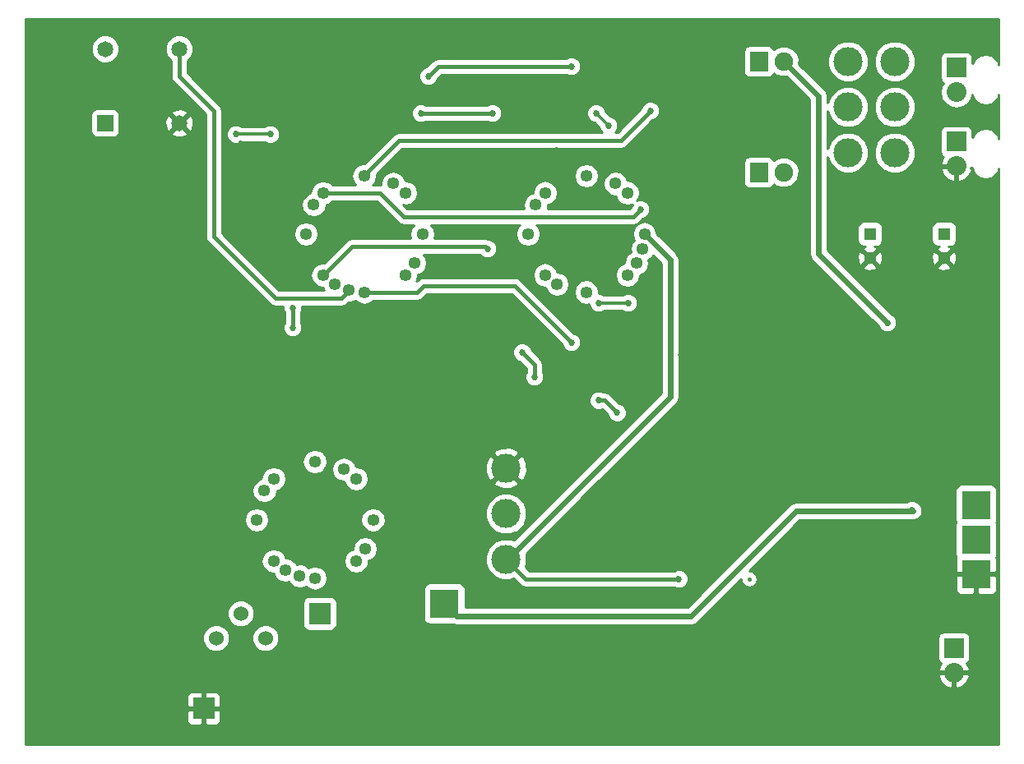
<source format=gbr>
G04 #@! TF.FileFunction,Copper,L2,Bot,Signal*
%FSLAX46Y46*%
G04 Gerber Fmt 4.6, Leading zero omitted, Abs format (unit mm)*
G04 Created by KiCad (PCBNEW 4.0.5) date Monday, May 22, 2017 'PMt' 10:01:45 PM*
%MOMM*%
%LPD*%
G01*
G04 APERTURE LIST*
%ADD10C,0.100000*%
%ADD11C,1.524000*%
%ADD12R,3.000000X3.000000*%
%ADD13C,1.300000*%
%ADD14R,1.300000X1.300000*%
%ADD15R,2.235200X2.235200*%
%ADD16R,2.032000X2.032000*%
%ADD17O,2.032000X2.032000*%
%ADD18R,1.651000X1.651000*%
%ADD19C,1.651000*%
%ADD20R,1.900000X2.000000*%
%ADD21C,1.900000*%
%ADD22O,1.270000X1.270000*%
%ADD23C,3.000000*%
%ADD24C,0.685800*%
%ADD25C,0.457200*%
%ADD26C,0.355600*%
%ADD27C,0.406400*%
%ADD28C,0.609600*%
%ADD29C,0.254000*%
G04 APERTURE END LIST*
D10*
D11*
X91440000Y-150876000D03*
X88900000Y-148336000D03*
X86360000Y-150876000D03*
D12*
X164592000Y-140716000D03*
X164592000Y-137160000D03*
X164592000Y-144272000D03*
X109855000Y-147320000D03*
D13*
X161290000Y-111720000D03*
D14*
X161290000Y-109220000D03*
D15*
X85090000Y-158115000D03*
X97028000Y-148336000D03*
D16*
X162306000Y-151892000D03*
D17*
X162306000Y-154432000D03*
D18*
X74930000Y-97790000D03*
D19*
X74930000Y-90170000D03*
X82550000Y-90170000D03*
X82550000Y-97790000D03*
D20*
X142240000Y-102870000D03*
D21*
X144780000Y-102870000D03*
D20*
X142240000Y-91440000D03*
D21*
X144780000Y-91440000D03*
D13*
X153670000Y-111720000D03*
D14*
X153670000Y-109220000D03*
D22*
X94968536Y-144474145D03*
X93522800Y-143875302D03*
X92281320Y-142922680D03*
X90525600Y-138684000D03*
X91328698Y-135686800D03*
X92281320Y-134445320D03*
X96520000Y-132689600D03*
X99517199Y-133492698D03*
X100758680Y-134445320D03*
X102514400Y-138684000D03*
X101711302Y-141681199D03*
X100758680Y-142922680D03*
X96520000Y-144678400D03*
X100048536Y-115010145D03*
X98602800Y-114411302D03*
X97361320Y-113458680D03*
X95605600Y-109220000D03*
X96408698Y-106222800D03*
X97361320Y-104981320D03*
X101600000Y-103225600D03*
X104597199Y-104028698D03*
X105838680Y-104981320D03*
X107594400Y-109220000D03*
X106791302Y-112217199D03*
X105838680Y-113458680D03*
X101600000Y-115214400D03*
X130250145Y-110771464D03*
X129651302Y-112217200D03*
X128698680Y-113458680D03*
X124460000Y-115214400D03*
X121462800Y-114411302D03*
X120221320Y-113458680D03*
X118465600Y-109220000D03*
X119268698Y-106222801D03*
X120221320Y-104981320D03*
X124460000Y-103225600D03*
X127457199Y-104028698D03*
X128698680Y-104981320D03*
X130454400Y-109220000D03*
D23*
X151409400Y-100838000D03*
X156210000Y-100838000D03*
X151409400Y-96139000D03*
X156210000Y-96139000D03*
X151409400Y-91440000D03*
X156210000Y-91440000D03*
X116205000Y-142748000D03*
X116205000Y-138049000D03*
X116205000Y-133350000D03*
D16*
X162560000Y-92075000D03*
D17*
X162560000Y-94615000D03*
D16*
X162560000Y-99695000D03*
D17*
X162560000Y-102235000D03*
D24*
X125730000Y-116332000D03*
X128778000Y-116332000D03*
X134239000Y-121666000D03*
X136906000Y-125857000D03*
X110744000Y-150876000D03*
X127254000Y-142748000D03*
X111252000Y-125222000D03*
X136652000Y-103886000D03*
X134366000Y-88138000D03*
X123444000Y-88138000D03*
X133985000Y-111252000D03*
X131445000Y-113665000D03*
X137668000Y-96520000D03*
X137668000Y-92710000D03*
X132334000Y-99822000D03*
X122936000Y-93472000D03*
X121412000Y-100584000D03*
X135890000Y-118745000D03*
X102108000Y-88392000D03*
X112268000Y-115824000D03*
X125984000Y-123952000D03*
X86614000Y-117094000D03*
X84328000Y-110236000D03*
X117602000Y-95504000D03*
X117602000Y-89408000D03*
X112268000Y-101854000D03*
X117348000Y-102362000D03*
X115062000Y-105664000D03*
X90678000Y-106680000D03*
X98425000Y-99441000D03*
X88900000Y-99949000D03*
X88900000Y-88773000D03*
X85344000Y-93853000D03*
X119380000Y-121031000D03*
X124714000Y-129032000D03*
X132588000Y-131318000D03*
X78232000Y-112268000D03*
X146812000Y-100076000D03*
X154940000Y-129540000D03*
X151384000Y-133604000D03*
X163576000Y-133096000D03*
X165100000Y-130556000D03*
X103632000Y-144272000D03*
X149098000Y-156972000D03*
X148844000Y-146812000D03*
X160528000Y-116840000D03*
X148336000Y-116840000D03*
X69850000Y-97155000D03*
X117856000Y-121412000D03*
X119126000Y-123952000D03*
X94234000Y-116840000D03*
X94234000Y-118872000D03*
X125476000Y-96774000D03*
X126746000Y-98044000D03*
X127635000Y-127635000D03*
X125730000Y-126365000D03*
X88392000Y-98933000D03*
X91948000Y-98933000D03*
X157988000Y-137668000D03*
X155448000Y-118364000D03*
X114300000Y-110744000D03*
X107442000Y-96774000D03*
X114808000Y-96774000D03*
X108204000Y-92964000D03*
X122936000Y-91948000D03*
X130048000Y-106680000D03*
X131064000Y-96520000D03*
X122936000Y-120396000D03*
X133985000Y-144780000D03*
D25*
X141224000Y-144780000D02*
X141224000Y-144780000D01*
D26*
X125730000Y-116332000D02*
X128778000Y-116332000D01*
X122936000Y-93472000D02*
X122682000Y-93472000D01*
D25*
X117856000Y-121412000D02*
X119126000Y-122682000D01*
X119126000Y-122682000D02*
X119126000Y-123952000D01*
X94234000Y-116840000D02*
X94234000Y-118872000D01*
D26*
X125730000Y-126365000D02*
X126365000Y-126365000D01*
X126746000Y-98044000D02*
X125476000Y-96774000D01*
D27*
X125730000Y-126365000D02*
X126365000Y-126365000D01*
X126365000Y-126365000D02*
X127635000Y-127635000D01*
D26*
X91948000Y-98933000D02*
X88392000Y-98933000D01*
D28*
X135255000Y-148590000D02*
X111125000Y-148590000D01*
X146050000Y-137795000D02*
X135255000Y-148590000D01*
X158115000Y-137795000D02*
X146050000Y-137795000D01*
X157988000Y-137668000D02*
X158115000Y-137795000D01*
X111125000Y-148590000D02*
X109855000Y-147320000D01*
X148336000Y-94996000D02*
X144780000Y-91440000D01*
X148336000Y-111252000D02*
X148336000Y-94996000D01*
X155448000Y-118364000D02*
X148336000Y-111252000D01*
D25*
X82550000Y-90170000D02*
X82550000Y-92964000D01*
X82550000Y-92964000D02*
X86106000Y-96520000D01*
X86106000Y-96520000D02*
X86106000Y-109474000D01*
X86106000Y-109474000D02*
X92456000Y-115824000D01*
X92456000Y-115824000D02*
X99234681Y-115824000D01*
X99234681Y-115824000D02*
X100048536Y-115010145D01*
D27*
X97361320Y-113458680D02*
X100330000Y-110490000D01*
X100330000Y-110490000D02*
X114046000Y-110490000D01*
X114046000Y-110490000D02*
X114300000Y-110744000D01*
X114808000Y-96774000D02*
X107442000Y-96774000D01*
X122936000Y-91948000D02*
X109220000Y-91948000D01*
X109220000Y-91948000D02*
X108204000Y-92964000D01*
X97361320Y-104981320D02*
X103203320Y-104981320D01*
X103203320Y-104981320D02*
X105664000Y-107442000D01*
X105664000Y-107442000D02*
X129286000Y-107442000D01*
X129286000Y-107442000D02*
X130048000Y-106680000D01*
X101600000Y-103225600D02*
X101600000Y-103124000D01*
X101600000Y-103124000D02*
X105156000Y-99568000D01*
X105156000Y-99568000D02*
X128016000Y-99568000D01*
X128016000Y-99568000D02*
X131064000Y-96520000D01*
X101600000Y-103225600D02*
X101600000Y-103124000D01*
D25*
X101600000Y-115214400D02*
X107035600Y-115214400D01*
X107035600Y-115214400D02*
X107696000Y-114554000D01*
X107696000Y-114554000D02*
X117094000Y-114554000D01*
X117094000Y-114554000D02*
X122936000Y-120396000D01*
X133985000Y-144780000D02*
X118237000Y-144780000D01*
X118237000Y-144780000D02*
X116205000Y-142748000D01*
D28*
X116205000Y-142748000D02*
X116332000Y-142748000D01*
X116332000Y-142748000D02*
X133096000Y-125984000D01*
X133096000Y-125984000D02*
X133096000Y-111861600D01*
D25*
X133985000Y-144780000D02*
X133921500Y-144716500D01*
D28*
X133096000Y-111861600D02*
X130454400Y-109220000D01*
D29*
G36*
X166930000Y-91801668D02*
X166878029Y-91540391D01*
X166575197Y-91087172D01*
X166121978Y-90784340D01*
X165587369Y-90678000D01*
X165532631Y-90678000D01*
X164998022Y-90784340D01*
X164544803Y-91087172D01*
X164241971Y-91540391D01*
X164223440Y-91633553D01*
X164223440Y-91059000D01*
X164179162Y-90823683D01*
X164040090Y-90607559D01*
X163827890Y-90462569D01*
X163576000Y-90411560D01*
X161544000Y-90411560D01*
X161308683Y-90455838D01*
X161092559Y-90594910D01*
X160947569Y-90807110D01*
X160896560Y-91059000D01*
X160896560Y-93091000D01*
X160940838Y-93326317D01*
X161079910Y-93542441D01*
X161228837Y-93644198D01*
X161002330Y-93983190D01*
X160876655Y-94615000D01*
X161002330Y-95246810D01*
X161360222Y-95782433D01*
X161895845Y-96140325D01*
X162527655Y-96266000D01*
X162592345Y-96266000D01*
X163224155Y-96140325D01*
X163759778Y-95782433D01*
X164117670Y-95246810D01*
X164193466Y-94865758D01*
X164241971Y-95109609D01*
X164544803Y-95562828D01*
X164998022Y-95865660D01*
X165532631Y-95972000D01*
X165587369Y-95972000D01*
X166121978Y-95865660D01*
X166575197Y-95562828D01*
X166878029Y-95109609D01*
X166930000Y-94848332D01*
X166930000Y-99421668D01*
X166878029Y-99160391D01*
X166575197Y-98707172D01*
X166121978Y-98404340D01*
X165587369Y-98298000D01*
X165532631Y-98298000D01*
X164998022Y-98404340D01*
X164544803Y-98707172D01*
X164241971Y-99160391D01*
X164223440Y-99253553D01*
X164223440Y-98679000D01*
X164179162Y-98443683D01*
X164040090Y-98227559D01*
X163827890Y-98082569D01*
X163576000Y-98031560D01*
X161544000Y-98031560D01*
X161308683Y-98075838D01*
X161092559Y-98214910D01*
X160947569Y-98427110D01*
X160896560Y-98679000D01*
X160896560Y-100711000D01*
X160940838Y-100946317D01*
X161079910Y-101162441D01*
X161242948Y-101273840D01*
X161153615Y-101370182D01*
X160954025Y-101852056D01*
X161073164Y-102108000D01*
X162433000Y-102108000D01*
X162433000Y-102088000D01*
X162687000Y-102088000D01*
X162687000Y-102108000D01*
X162707000Y-102108000D01*
X162707000Y-102362000D01*
X162687000Y-102362000D01*
X162687000Y-103722367D01*
X162942946Y-103840983D01*
X163528379Y-103572188D01*
X163966385Y-103099818D01*
X164165975Y-102617944D01*
X164046837Y-102362002D01*
X164168850Y-102362002D01*
X164241971Y-102729609D01*
X164544803Y-103182828D01*
X164998022Y-103485660D01*
X165532631Y-103592000D01*
X165587369Y-103592000D01*
X166121978Y-103485660D01*
X166575197Y-103182828D01*
X166878029Y-102729609D01*
X166930000Y-102468332D01*
X166930000Y-161850000D01*
X66750000Y-161850000D01*
X66750000Y-158400750D01*
X83337400Y-158400750D01*
X83337400Y-159358910D01*
X83434073Y-159592299D01*
X83612702Y-159770927D01*
X83846091Y-159867600D01*
X84804250Y-159867600D01*
X84963000Y-159708850D01*
X84963000Y-158242000D01*
X85217000Y-158242000D01*
X85217000Y-159708850D01*
X85375750Y-159867600D01*
X86333909Y-159867600D01*
X86567298Y-159770927D01*
X86745927Y-159592299D01*
X86842600Y-159358910D01*
X86842600Y-158400750D01*
X86683850Y-158242000D01*
X85217000Y-158242000D01*
X84963000Y-158242000D01*
X83496150Y-158242000D01*
X83337400Y-158400750D01*
X66750000Y-158400750D01*
X66750000Y-156871090D01*
X83337400Y-156871090D01*
X83337400Y-157829250D01*
X83496150Y-157988000D01*
X84963000Y-157988000D01*
X84963000Y-156521150D01*
X85217000Y-156521150D01*
X85217000Y-157988000D01*
X86683850Y-157988000D01*
X86842600Y-157829250D01*
X86842600Y-156871090D01*
X86745927Y-156637701D01*
X86567298Y-156459073D01*
X86333909Y-156362400D01*
X85375750Y-156362400D01*
X85217000Y-156521150D01*
X84963000Y-156521150D01*
X84804250Y-156362400D01*
X83846091Y-156362400D01*
X83612702Y-156459073D01*
X83434073Y-156637701D01*
X83337400Y-156871090D01*
X66750000Y-156871090D01*
X66750000Y-154814944D01*
X160700025Y-154814944D01*
X160899615Y-155296818D01*
X161337621Y-155769188D01*
X161923054Y-156037983D01*
X162179000Y-155919367D01*
X162179000Y-154559000D01*
X162433000Y-154559000D01*
X162433000Y-155919367D01*
X162688946Y-156037983D01*
X163274379Y-155769188D01*
X163712385Y-155296818D01*
X163911975Y-154814944D01*
X163792836Y-154559000D01*
X162433000Y-154559000D01*
X162179000Y-154559000D01*
X160819164Y-154559000D01*
X160700025Y-154814944D01*
X66750000Y-154814944D01*
X66750000Y-151152661D01*
X84962758Y-151152661D01*
X85174990Y-151666303D01*
X85567630Y-152059629D01*
X86080900Y-152272757D01*
X86636661Y-152273242D01*
X87150303Y-152061010D01*
X87543629Y-151668370D01*
X87756757Y-151155100D01*
X87756759Y-151152661D01*
X90042758Y-151152661D01*
X90254990Y-151666303D01*
X90647630Y-152059629D01*
X91160900Y-152272757D01*
X91716661Y-152273242D01*
X92230303Y-152061010D01*
X92623629Y-151668370D01*
X92836757Y-151155100D01*
X92837000Y-150876000D01*
X160642560Y-150876000D01*
X160642560Y-152908000D01*
X160686838Y-153143317D01*
X160825910Y-153359441D01*
X160988948Y-153470840D01*
X160899615Y-153567182D01*
X160700025Y-154049056D01*
X160819164Y-154305000D01*
X162179000Y-154305000D01*
X162179000Y-154285000D01*
X162433000Y-154285000D01*
X162433000Y-154305000D01*
X163792836Y-154305000D01*
X163911975Y-154049056D01*
X163712385Y-153567182D01*
X163621903Y-153469602D01*
X163773441Y-153372090D01*
X163918431Y-153159890D01*
X163969440Y-152908000D01*
X163969440Y-150876000D01*
X163925162Y-150640683D01*
X163786090Y-150424559D01*
X163573890Y-150279569D01*
X163322000Y-150228560D01*
X161290000Y-150228560D01*
X161054683Y-150272838D01*
X160838559Y-150411910D01*
X160693569Y-150624110D01*
X160642560Y-150876000D01*
X92837000Y-150876000D01*
X92837242Y-150599339D01*
X92625010Y-150085697D01*
X92232370Y-149692371D01*
X91719100Y-149479243D01*
X91163339Y-149478758D01*
X90649697Y-149690990D01*
X90256371Y-150083630D01*
X90043243Y-150596900D01*
X90042758Y-151152661D01*
X87756759Y-151152661D01*
X87757242Y-150599339D01*
X87545010Y-150085697D01*
X87152370Y-149692371D01*
X86639100Y-149479243D01*
X86083339Y-149478758D01*
X85569697Y-149690990D01*
X85176371Y-150083630D01*
X84963243Y-150596900D01*
X84962758Y-151152661D01*
X66750000Y-151152661D01*
X66750000Y-148612661D01*
X87502758Y-148612661D01*
X87714990Y-149126303D01*
X88107630Y-149519629D01*
X88620900Y-149732757D01*
X89176661Y-149733242D01*
X89690303Y-149521010D01*
X90083629Y-149128370D01*
X90296757Y-148615100D01*
X90297242Y-148059339D01*
X90085010Y-147545697D01*
X89758284Y-147218400D01*
X95262960Y-147218400D01*
X95262960Y-149453600D01*
X95307238Y-149688917D01*
X95446310Y-149905041D01*
X95658510Y-150050031D01*
X95910400Y-150101040D01*
X98145600Y-150101040D01*
X98380917Y-150056762D01*
X98597041Y-149917690D01*
X98742031Y-149705490D01*
X98793040Y-149453600D01*
X98793040Y-147218400D01*
X98748762Y-146983083D01*
X98609690Y-146766959D01*
X98397490Y-146621969D01*
X98145600Y-146570960D01*
X95910400Y-146570960D01*
X95675083Y-146615238D01*
X95458959Y-146754310D01*
X95313969Y-146966510D01*
X95262960Y-147218400D01*
X89758284Y-147218400D01*
X89692370Y-147152371D01*
X89179100Y-146939243D01*
X88623339Y-146938758D01*
X88109697Y-147150990D01*
X87716371Y-147543630D01*
X87503243Y-148056900D01*
X87502758Y-148612661D01*
X66750000Y-148612661D01*
X66750000Y-142922680D01*
X90986439Y-142922680D01*
X91083112Y-143408688D01*
X91358413Y-143820706D01*
X91770431Y-144096007D01*
X92256439Y-144192680D01*
X92291049Y-144192680D01*
X92324592Y-144361310D01*
X92599893Y-144773328D01*
X93011911Y-145048629D01*
X93497919Y-145145302D01*
X93547681Y-145145302D01*
X93853407Y-145084489D01*
X94045629Y-145372171D01*
X94457647Y-145647472D01*
X94943655Y-145744145D01*
X94993417Y-145744145D01*
X95479425Y-145647472D01*
X95593593Y-145571188D01*
X95597093Y-145576426D01*
X96009111Y-145851727D01*
X96495119Y-145948400D01*
X96544881Y-145948400D01*
X97030889Y-145851727D01*
X97078371Y-145820000D01*
X107707560Y-145820000D01*
X107707560Y-148820000D01*
X107751838Y-149055317D01*
X107890910Y-149271441D01*
X108103110Y-149416431D01*
X108355000Y-149467440D01*
X110811495Y-149467440D01*
X111125000Y-149529800D01*
X135255000Y-149529800D01*
X135614646Y-149458262D01*
X135919539Y-149254539D01*
X140365988Y-144808090D01*
X140426138Y-145110485D01*
X140613343Y-145390657D01*
X140893515Y-145577862D01*
X141224000Y-145643600D01*
X141554485Y-145577862D01*
X141834657Y-145390657D01*
X142021862Y-145110485D01*
X142087600Y-144780000D01*
X142043392Y-144557750D01*
X162457000Y-144557750D01*
X162457000Y-145898310D01*
X162553673Y-146131699D01*
X162732302Y-146310327D01*
X162965691Y-146407000D01*
X164306250Y-146407000D01*
X164465000Y-146248250D01*
X164465000Y-144399000D01*
X164719000Y-144399000D01*
X164719000Y-146248250D01*
X164877750Y-146407000D01*
X166218309Y-146407000D01*
X166451698Y-146310327D01*
X166630327Y-146131699D01*
X166727000Y-145898310D01*
X166727000Y-144557750D01*
X166568250Y-144399000D01*
X164719000Y-144399000D01*
X164465000Y-144399000D01*
X162615750Y-144399000D01*
X162457000Y-144557750D01*
X142043392Y-144557750D01*
X142021862Y-144449515D01*
X141834657Y-144169343D01*
X141554485Y-143982138D01*
X141252090Y-143921988D01*
X146439278Y-138734800D01*
X158115000Y-138734800D01*
X158474646Y-138663262D01*
X158779539Y-138459539D01*
X158983262Y-138154646D01*
X159054800Y-137795000D01*
X158983262Y-137435354D01*
X158896001Y-137304759D01*
X158817507Y-137114788D01*
X158542659Y-136839460D01*
X158183370Y-136690270D01*
X157794337Y-136689931D01*
X157434788Y-136838493D01*
X157418052Y-136855200D01*
X146050000Y-136855200D01*
X145690354Y-136926738D01*
X145385461Y-137130461D01*
X134865722Y-147650200D01*
X112002440Y-147650200D01*
X112002440Y-145820000D01*
X111958162Y-145584683D01*
X111819090Y-145368559D01*
X111606890Y-145223569D01*
X111355000Y-145172560D01*
X108355000Y-145172560D01*
X108119683Y-145216838D01*
X107903559Y-145355910D01*
X107758569Y-145568110D01*
X107707560Y-145820000D01*
X97078371Y-145820000D01*
X97442907Y-145576426D01*
X97718208Y-145164408D01*
X97814881Y-144678400D01*
X97718208Y-144192392D01*
X97442907Y-143780374D01*
X97030889Y-143505073D01*
X96544881Y-143408400D01*
X96495119Y-143408400D01*
X96009111Y-143505073D01*
X95894943Y-143581357D01*
X95891443Y-143576119D01*
X95479425Y-143300818D01*
X94993417Y-143204145D01*
X94943655Y-143204145D01*
X94637929Y-143264958D01*
X94445707Y-142977276D01*
X94363999Y-142922680D01*
X99463799Y-142922680D01*
X99560472Y-143408688D01*
X99835773Y-143820706D01*
X100247791Y-144096007D01*
X100733799Y-144192680D01*
X100783561Y-144192680D01*
X101269569Y-144096007D01*
X101681587Y-143820706D01*
X101956888Y-143408688D01*
X102004203Y-143170815D01*
X114069630Y-143170815D01*
X114393980Y-143955800D01*
X114994041Y-144556909D01*
X115778459Y-144882628D01*
X116627815Y-144883370D01*
X116975426Y-144739740D01*
X117626343Y-145390657D01*
X117906515Y-145577862D01*
X118237000Y-145643600D01*
X133514775Y-145643600D01*
X133789630Y-145757730D01*
X134178663Y-145758069D01*
X134538212Y-145609507D01*
X134813540Y-145334659D01*
X134962730Y-144975370D01*
X134963069Y-144586337D01*
X134814507Y-144226788D01*
X134539659Y-143951460D01*
X134180370Y-143802270D01*
X133791337Y-143801931D01*
X133514300Y-143916400D01*
X118594714Y-143916400D01*
X118196807Y-143518493D01*
X118339628Y-143174541D01*
X118340370Y-142325185D01*
X118265381Y-142143697D01*
X124749078Y-135660000D01*
X162444560Y-135660000D01*
X162444560Y-138660000D01*
X162488838Y-138895317D01*
X162514900Y-138935818D01*
X162495569Y-138964110D01*
X162444560Y-139216000D01*
X162444560Y-142216000D01*
X162488838Y-142451317D01*
X162518450Y-142497336D01*
X162457000Y-142645690D01*
X162457000Y-143986250D01*
X162615750Y-144145000D01*
X164465000Y-144145000D01*
X164465000Y-144125000D01*
X164719000Y-144125000D01*
X164719000Y-144145000D01*
X166568250Y-144145000D01*
X166727000Y-143986250D01*
X166727000Y-142645690D01*
X166666592Y-142499852D01*
X166688431Y-142467890D01*
X166739440Y-142216000D01*
X166739440Y-139216000D01*
X166695162Y-138980683D01*
X166669100Y-138940182D01*
X166688431Y-138911890D01*
X166739440Y-138660000D01*
X166739440Y-135660000D01*
X166695162Y-135424683D01*
X166556090Y-135208559D01*
X166343890Y-135063569D01*
X166092000Y-135012560D01*
X163092000Y-135012560D01*
X162856683Y-135056838D01*
X162640559Y-135195910D01*
X162495569Y-135408110D01*
X162444560Y-135660000D01*
X124749078Y-135660000D01*
X133760539Y-126648539D01*
X133964262Y-126343646D01*
X134035800Y-125984000D01*
X134035800Y-111861600D01*
X133964262Y-111501954D01*
X133760539Y-111197061D01*
X131715909Y-109152431D01*
X131627727Y-108709111D01*
X131352426Y-108297093D01*
X130940408Y-108021792D01*
X130454400Y-107925119D01*
X129968392Y-108021792D01*
X129556374Y-108297093D01*
X129281073Y-108709111D01*
X129184400Y-109195119D01*
X129184400Y-109244881D01*
X129281073Y-109730889D01*
X129357357Y-109845057D01*
X129352119Y-109848557D01*
X129076818Y-110260575D01*
X128980145Y-110746583D01*
X128980145Y-110796345D01*
X129040958Y-111102071D01*
X128753276Y-111294293D01*
X128477975Y-111706311D01*
X128381302Y-112192319D01*
X128381302Y-112226929D01*
X128212672Y-112260472D01*
X127800654Y-112535773D01*
X127525353Y-112947791D01*
X127428680Y-113433799D01*
X127428680Y-113483561D01*
X127525353Y-113969569D01*
X127800654Y-114381587D01*
X128212672Y-114656888D01*
X128698680Y-114753561D01*
X129184688Y-114656888D01*
X129596706Y-114381587D01*
X129872007Y-113969569D01*
X129968680Y-113483561D01*
X129968680Y-113448951D01*
X130137310Y-113415408D01*
X130549328Y-113140107D01*
X130824629Y-112728089D01*
X130921302Y-112242081D01*
X130921302Y-112192319D01*
X130860489Y-111886593D01*
X131148171Y-111694371D01*
X131329025Y-111423703D01*
X132156200Y-112250878D01*
X132156200Y-125594722D01*
X116989085Y-140761837D01*
X116631541Y-140613372D01*
X115782185Y-140612630D01*
X114997200Y-140936980D01*
X114396091Y-141537041D01*
X114070372Y-142321459D01*
X114069630Y-143170815D01*
X102004203Y-143170815D01*
X102053561Y-142922680D01*
X102046938Y-142889386D01*
X102222191Y-142854526D01*
X102634209Y-142579225D01*
X102909510Y-142167207D01*
X103006183Y-141681199D01*
X102909510Y-141195191D01*
X102634209Y-140783173D01*
X102222191Y-140507872D01*
X101736183Y-140411199D01*
X101686421Y-140411199D01*
X101200413Y-140507872D01*
X100788395Y-140783173D01*
X100513094Y-141195191D01*
X100416421Y-141681199D01*
X100423044Y-141714493D01*
X100247791Y-141749353D01*
X99835773Y-142024654D01*
X99560472Y-142436672D01*
X99463799Y-142922680D01*
X94363999Y-142922680D01*
X94033689Y-142701975D01*
X93547681Y-142605302D01*
X93513071Y-142605302D01*
X93479528Y-142436672D01*
X93204227Y-142024654D01*
X92792209Y-141749353D01*
X92306201Y-141652680D01*
X92256439Y-141652680D01*
X91770431Y-141749353D01*
X91358413Y-142024654D01*
X91083112Y-142436672D01*
X90986439Y-142922680D01*
X66750000Y-142922680D01*
X66750000Y-138684000D01*
X89230719Y-138684000D01*
X89327392Y-139170008D01*
X89602693Y-139582026D01*
X90014711Y-139857327D01*
X90500719Y-139954000D01*
X90550481Y-139954000D01*
X91036489Y-139857327D01*
X91448507Y-139582026D01*
X91723808Y-139170008D01*
X91820481Y-138684000D01*
X101219519Y-138684000D01*
X101316192Y-139170008D01*
X101591493Y-139582026D01*
X102003511Y-139857327D01*
X102489519Y-139954000D01*
X102539281Y-139954000D01*
X103025289Y-139857327D01*
X103437307Y-139582026D01*
X103712608Y-139170008D01*
X103809281Y-138684000D01*
X103767075Y-138471815D01*
X114069630Y-138471815D01*
X114393980Y-139256800D01*
X114994041Y-139857909D01*
X115778459Y-140183628D01*
X116627815Y-140184370D01*
X117412800Y-139860020D01*
X118013909Y-139259959D01*
X118339628Y-138475541D01*
X118340370Y-137626185D01*
X118016020Y-136841200D01*
X117415959Y-136240091D01*
X116631541Y-135914372D01*
X115782185Y-135913630D01*
X114997200Y-136237980D01*
X114396091Y-136838041D01*
X114070372Y-137622459D01*
X114069630Y-138471815D01*
X103767075Y-138471815D01*
X103712608Y-138197992D01*
X103437307Y-137785974D01*
X103025289Y-137510673D01*
X102539281Y-137414000D01*
X102489519Y-137414000D01*
X102003511Y-137510673D01*
X101591493Y-137785974D01*
X101316192Y-138197992D01*
X101219519Y-138684000D01*
X91820481Y-138684000D01*
X91723808Y-138197992D01*
X91448507Y-137785974D01*
X91036489Y-137510673D01*
X90550481Y-137414000D01*
X90500719Y-137414000D01*
X90014711Y-137510673D01*
X89602693Y-137785974D01*
X89327392Y-138197992D01*
X89230719Y-138684000D01*
X66750000Y-138684000D01*
X66750000Y-135686800D01*
X90033817Y-135686800D01*
X90130490Y-136172808D01*
X90405791Y-136584826D01*
X90817809Y-136860127D01*
X91303817Y-136956800D01*
X91353579Y-136956800D01*
X91839587Y-136860127D01*
X92251605Y-136584826D01*
X92526906Y-136172808D01*
X92623579Y-135686800D01*
X92616957Y-135653507D01*
X92792209Y-135618647D01*
X93204227Y-135343346D01*
X93479528Y-134931328D01*
X93576201Y-134445320D01*
X93479528Y-133959312D01*
X93204227Y-133547294D01*
X92792209Y-133271993D01*
X92306201Y-133175320D01*
X92256439Y-133175320D01*
X91770431Y-133271993D01*
X91358413Y-133547294D01*
X91083112Y-133959312D01*
X90986439Y-134445320D01*
X90993061Y-134478613D01*
X90817809Y-134513473D01*
X90405791Y-134788774D01*
X90130490Y-135200792D01*
X90033817Y-135686800D01*
X66750000Y-135686800D01*
X66750000Y-132689600D01*
X95225119Y-132689600D01*
X95321792Y-133175608D01*
X95597093Y-133587626D01*
X96009111Y-133862927D01*
X96495119Y-133959600D01*
X96544881Y-133959600D01*
X97030889Y-133862927D01*
X97442907Y-133587626D01*
X97506335Y-133492698D01*
X98222318Y-133492698D01*
X98318991Y-133978706D01*
X98594292Y-134390724D01*
X99006310Y-134666025D01*
X99492318Y-134762698D01*
X99526929Y-134762698D01*
X99560472Y-134931328D01*
X99835773Y-135343346D01*
X100247791Y-135618647D01*
X100733799Y-135715320D01*
X100783561Y-135715320D01*
X101269569Y-135618647D01*
X101681587Y-135343346D01*
X101956888Y-134931328D01*
X101970286Y-134863970D01*
X114870635Y-134863970D01*
X115030418Y-135182739D01*
X115821187Y-135492723D01*
X116670387Y-135476497D01*
X117379582Y-135182739D01*
X117539365Y-134863970D01*
X116205000Y-133529605D01*
X114870635Y-134863970D01*
X101970286Y-134863970D01*
X102053561Y-134445320D01*
X101956888Y-133959312D01*
X101681587Y-133547294D01*
X101269569Y-133271993D01*
X100783561Y-133175320D01*
X100748950Y-133175320D01*
X100715407Y-133006690D01*
X100688344Y-132966187D01*
X114062277Y-132966187D01*
X114078503Y-133815387D01*
X114372261Y-134524582D01*
X114691030Y-134684365D01*
X116025395Y-133350000D01*
X116384605Y-133350000D01*
X117718970Y-134684365D01*
X118037739Y-134524582D01*
X118347723Y-133733813D01*
X118331497Y-132884613D01*
X118037739Y-132175418D01*
X117718970Y-132015635D01*
X116384605Y-133350000D01*
X116025395Y-133350000D01*
X114691030Y-132015635D01*
X114372261Y-132175418D01*
X114062277Y-132966187D01*
X100688344Y-132966187D01*
X100440106Y-132594672D01*
X100028088Y-132319371D01*
X99542080Y-132222698D01*
X99492318Y-132222698D01*
X99006310Y-132319371D01*
X98594292Y-132594672D01*
X98318991Y-133006690D01*
X98222318Y-133492698D01*
X97506335Y-133492698D01*
X97718208Y-133175608D01*
X97814881Y-132689600D01*
X97718208Y-132203592D01*
X97472612Y-131836030D01*
X114870635Y-131836030D01*
X116205000Y-133170395D01*
X117539365Y-131836030D01*
X117379582Y-131517261D01*
X116588813Y-131207277D01*
X115739613Y-131223503D01*
X115030418Y-131517261D01*
X114870635Y-131836030D01*
X97472612Y-131836030D01*
X97442907Y-131791574D01*
X97030889Y-131516273D01*
X96544881Y-131419600D01*
X96495119Y-131419600D01*
X96009111Y-131516273D01*
X95597093Y-131791574D01*
X95321792Y-132203592D01*
X95225119Y-132689600D01*
X66750000Y-132689600D01*
X66750000Y-126558663D01*
X124751931Y-126558663D01*
X124900493Y-126918212D01*
X125175341Y-127193540D01*
X125534630Y-127342730D01*
X125923663Y-127343069D01*
X126089254Y-127274648D01*
X126666551Y-127851945D01*
X126805493Y-128188212D01*
X127080341Y-128463540D01*
X127439630Y-128612730D01*
X127828663Y-128613069D01*
X128188212Y-128464507D01*
X128463540Y-128189659D01*
X128612730Y-127830370D01*
X128613069Y-127441337D01*
X128464507Y-127081788D01*
X128189659Y-126806460D01*
X127851394Y-126666000D01*
X126957697Y-125772303D01*
X126685766Y-125590604D01*
X126365000Y-125526800D01*
X126261395Y-125526800D01*
X125925370Y-125387270D01*
X125536337Y-125386931D01*
X125176788Y-125535493D01*
X124901460Y-125810341D01*
X124752270Y-126169630D01*
X124751931Y-126558663D01*
X66750000Y-126558663D01*
X66750000Y-121605663D01*
X116877931Y-121605663D01*
X117026493Y-121965212D01*
X117301341Y-122240540D01*
X117578179Y-122355493D01*
X118262400Y-123039715D01*
X118262400Y-123481775D01*
X118148270Y-123756630D01*
X118147931Y-124145663D01*
X118296493Y-124505212D01*
X118571341Y-124780540D01*
X118930630Y-124929730D01*
X119319663Y-124930069D01*
X119679212Y-124781507D01*
X119954540Y-124506659D01*
X120103730Y-124147370D01*
X120104069Y-123758337D01*
X119989600Y-123481300D01*
X119989600Y-122682000D01*
X119931531Y-122390069D01*
X119923862Y-122351514D01*
X119736657Y-122071342D01*
X118799157Y-121133842D01*
X118685507Y-120858788D01*
X118410659Y-120583460D01*
X118051370Y-120434270D01*
X117662337Y-120433931D01*
X117302788Y-120582493D01*
X117027460Y-120857341D01*
X116878270Y-121216630D01*
X116877931Y-121605663D01*
X66750000Y-121605663D01*
X66750000Y-96964500D01*
X73457060Y-96964500D01*
X73457060Y-98615500D01*
X73501338Y-98850817D01*
X73640410Y-99066941D01*
X73852610Y-99211931D01*
X74104500Y-99262940D01*
X75755500Y-99262940D01*
X75990817Y-99218662D01*
X76206941Y-99079590D01*
X76351931Y-98867390D01*
X76362294Y-98816215D01*
X81703390Y-98816215D01*
X81780656Y-99064976D01*
X82327131Y-99262340D01*
X82907535Y-99235553D01*
X83319344Y-99064976D01*
X83396610Y-98816215D01*
X82550000Y-97969605D01*
X81703390Y-98816215D01*
X76362294Y-98816215D01*
X76402940Y-98615500D01*
X76402940Y-97567131D01*
X81077660Y-97567131D01*
X81104447Y-98147535D01*
X81275024Y-98559344D01*
X81523785Y-98636610D01*
X82370395Y-97790000D01*
X82729605Y-97790000D01*
X83576215Y-98636610D01*
X83824976Y-98559344D01*
X84022340Y-98012869D01*
X83995553Y-97432465D01*
X83824976Y-97020656D01*
X83576215Y-96943390D01*
X82729605Y-97790000D01*
X82370395Y-97790000D01*
X81523785Y-96943390D01*
X81275024Y-97020656D01*
X81077660Y-97567131D01*
X76402940Y-97567131D01*
X76402940Y-96964500D01*
X76365173Y-96763785D01*
X81703390Y-96763785D01*
X82550000Y-97610395D01*
X83396610Y-96763785D01*
X83319344Y-96515024D01*
X82772869Y-96317660D01*
X82192465Y-96344447D01*
X81780656Y-96515024D01*
X81703390Y-96763785D01*
X76365173Y-96763785D01*
X76358662Y-96729183D01*
X76219590Y-96513059D01*
X76007390Y-96368069D01*
X75755500Y-96317060D01*
X74104500Y-96317060D01*
X73869183Y-96361338D01*
X73653059Y-96500410D01*
X73508069Y-96712610D01*
X73457060Y-96964500D01*
X66750000Y-96964500D01*
X66750000Y-90459237D01*
X73469247Y-90459237D01*
X73691126Y-90996226D01*
X74101613Y-91407430D01*
X74638214Y-91630246D01*
X75219237Y-91630753D01*
X75756226Y-91408874D01*
X76167430Y-90998387D01*
X76390246Y-90461786D01*
X76390248Y-90459237D01*
X81089247Y-90459237D01*
X81311126Y-90996226D01*
X81686400Y-91372155D01*
X81686400Y-92964000D01*
X81725262Y-93159370D01*
X81752138Y-93294485D01*
X81939343Y-93574657D01*
X85242400Y-96877715D01*
X85242400Y-109474000D01*
X85293499Y-109730889D01*
X85308138Y-109804485D01*
X85495343Y-110084657D01*
X91845342Y-116434657D01*
X92125514Y-116621862D01*
X92180345Y-116632769D01*
X92456000Y-116687600D01*
X93256233Y-116687600D01*
X93255931Y-117033663D01*
X93370400Y-117310700D01*
X93370400Y-118401775D01*
X93256270Y-118676630D01*
X93255931Y-119065663D01*
X93404493Y-119425212D01*
X93679341Y-119700540D01*
X94038630Y-119849730D01*
X94427663Y-119850069D01*
X94787212Y-119701507D01*
X95062540Y-119426659D01*
X95211730Y-119067370D01*
X95212069Y-118678337D01*
X95097600Y-118401300D01*
X95097600Y-117310225D01*
X95211730Y-117035370D01*
X95212033Y-116687600D01*
X99234681Y-116687600D01*
X99565166Y-116621862D01*
X99845338Y-116434657D01*
X100003800Y-116276196D01*
X100023655Y-116280145D01*
X100073417Y-116280145D01*
X100559425Y-116183472D01*
X100673593Y-116107188D01*
X100677093Y-116112426D01*
X101089111Y-116387727D01*
X101575119Y-116484400D01*
X101624881Y-116484400D01*
X102110889Y-116387727D01*
X102522907Y-116112426D01*
X102545910Y-116078000D01*
X107035600Y-116078000D01*
X107366085Y-116012262D01*
X107646257Y-115825057D01*
X108053715Y-115417600D01*
X116736286Y-115417600D01*
X121992844Y-120674159D01*
X122106493Y-120949212D01*
X122381341Y-121224540D01*
X122740630Y-121373730D01*
X123129663Y-121374069D01*
X123489212Y-121225507D01*
X123764540Y-120950659D01*
X123913730Y-120591370D01*
X123914069Y-120202337D01*
X123765507Y-119842788D01*
X123490659Y-119567460D01*
X123213822Y-119452507D01*
X117704657Y-113943343D01*
X117424485Y-113756138D01*
X117094000Y-113690400D01*
X107696000Y-113690400D01*
X107365515Y-113756138D01*
X107085343Y-113943342D01*
X106942026Y-114086659D01*
X107036888Y-113944688D01*
X107133561Y-113458680D01*
X107128612Y-113433799D01*
X118951320Y-113433799D01*
X118951320Y-113483561D01*
X119047993Y-113969569D01*
X119323294Y-114381587D01*
X119735312Y-114656888D01*
X120221320Y-114753561D01*
X120254613Y-114746939D01*
X120289473Y-114922191D01*
X120564774Y-115334209D01*
X120976792Y-115609510D01*
X121462800Y-115706183D01*
X121948808Y-115609510D01*
X122360826Y-115334209D01*
X122457504Y-115189519D01*
X123190000Y-115189519D01*
X123190000Y-115239281D01*
X123286673Y-115725289D01*
X123561974Y-116137307D01*
X123973992Y-116412608D01*
X124460000Y-116509281D01*
X124751996Y-116451199D01*
X124751931Y-116525663D01*
X124900493Y-116885212D01*
X125175341Y-117160540D01*
X125534630Y-117309730D01*
X125923663Y-117310069D01*
X126283212Y-117161507D01*
X126299948Y-117144800D01*
X128207628Y-117144800D01*
X128223341Y-117160540D01*
X128582630Y-117309730D01*
X128971663Y-117310069D01*
X129331212Y-117161507D01*
X129606540Y-116886659D01*
X129755730Y-116527370D01*
X129756069Y-116138337D01*
X129607507Y-115778788D01*
X129332659Y-115503460D01*
X128973370Y-115354270D01*
X128584337Y-115353931D01*
X128224788Y-115502493D01*
X128208052Y-115519200D01*
X126300372Y-115519200D01*
X126284659Y-115503460D01*
X125925370Y-115354270D01*
X125707165Y-115354080D01*
X125730000Y-115239281D01*
X125730000Y-115189519D01*
X125633327Y-114703511D01*
X125358026Y-114291493D01*
X124946008Y-114016192D01*
X124460000Y-113919519D01*
X123973992Y-114016192D01*
X123561974Y-114291493D01*
X123286673Y-114703511D01*
X123190000Y-115189519D01*
X122457504Y-115189519D01*
X122636127Y-114922191D01*
X122732800Y-114436183D01*
X122732800Y-114386421D01*
X122636127Y-113900413D01*
X122360826Y-113488395D01*
X121948808Y-113213094D01*
X121462800Y-113116421D01*
X121429507Y-113123043D01*
X121394647Y-112947791D01*
X121119346Y-112535773D01*
X120707328Y-112260472D01*
X120221320Y-112163799D01*
X119735312Y-112260472D01*
X119323294Y-112535773D01*
X119047993Y-112947791D01*
X118951320Y-113433799D01*
X107128612Y-113433799D01*
X107126938Y-113425386D01*
X107302191Y-113390526D01*
X107714209Y-113115225D01*
X107989510Y-112703207D01*
X108086183Y-112217199D01*
X107989510Y-111731191D01*
X107720241Y-111328200D01*
X113501427Y-111328200D01*
X113745341Y-111572540D01*
X114104630Y-111721730D01*
X114493663Y-111722069D01*
X114853212Y-111573507D01*
X115128540Y-111298659D01*
X115277730Y-110939370D01*
X115278069Y-110550337D01*
X115129507Y-110190788D01*
X114854659Y-109915460D01*
X114495370Y-109766270D01*
X114442524Y-109766224D01*
X114366766Y-109715604D01*
X114046000Y-109651800D01*
X108803391Y-109651800D01*
X108889281Y-109220000D01*
X108792608Y-108733992D01*
X108517307Y-108321974D01*
X108454788Y-108280200D01*
X117592856Y-108280200D01*
X117567574Y-108297093D01*
X117292273Y-108709111D01*
X117195600Y-109195119D01*
X117195600Y-109244881D01*
X117292273Y-109730889D01*
X117567574Y-110142907D01*
X117979592Y-110418208D01*
X118465600Y-110514881D01*
X118951608Y-110418208D01*
X119363626Y-110142907D01*
X119638927Y-109730889D01*
X119735600Y-109244881D01*
X119735600Y-109195119D01*
X119638927Y-108709111D01*
X119363626Y-108297093D01*
X119338344Y-108280200D01*
X129286000Y-108280200D01*
X129606766Y-108216396D01*
X129878697Y-108034697D01*
X130264945Y-107648449D01*
X130601212Y-107509507D01*
X130876540Y-107234659D01*
X131025730Y-106875370D01*
X131026069Y-106486337D01*
X130877507Y-106126788D01*
X130602659Y-105851460D01*
X130243370Y-105702270D01*
X129854337Y-105701931D01*
X129685172Y-105771828D01*
X129872007Y-105492209D01*
X129968680Y-105006201D01*
X129968680Y-104956439D01*
X129872007Y-104470431D01*
X129596706Y-104058413D01*
X129184688Y-103783112D01*
X128698680Y-103686439D01*
X128665386Y-103693062D01*
X128630526Y-103517809D01*
X128355225Y-103105791D01*
X127943207Y-102830490D01*
X127457199Y-102733817D01*
X126971191Y-102830490D01*
X126559173Y-103105791D01*
X126283872Y-103517809D01*
X126187199Y-104003817D01*
X126187199Y-104053579D01*
X126283872Y-104539587D01*
X126559173Y-104951605D01*
X126971191Y-105226906D01*
X127457199Y-105323579D01*
X127490493Y-105316956D01*
X127525353Y-105492209D01*
X127800654Y-105904227D01*
X128212672Y-106179528D01*
X128698680Y-106276201D01*
X129184688Y-106179528D01*
X129201672Y-106168180D01*
X129079000Y-106463606D01*
X128938806Y-106603800D01*
X120467862Y-106603800D01*
X120538698Y-106247682D01*
X120538698Y-106213071D01*
X120707328Y-106179528D01*
X121119346Y-105904227D01*
X121394647Y-105492209D01*
X121491320Y-105006201D01*
X121491320Y-104956439D01*
X121394647Y-104470431D01*
X121119346Y-104058413D01*
X120707328Y-103783112D01*
X120221320Y-103686439D01*
X119735312Y-103783112D01*
X119323294Y-104058413D01*
X119047993Y-104470431D01*
X118951320Y-104956439D01*
X118951320Y-104991050D01*
X118782690Y-105024593D01*
X118370672Y-105299894D01*
X118095371Y-105711912D01*
X117998698Y-106197920D01*
X117998698Y-106247682D01*
X118069534Y-106603800D01*
X106011194Y-106603800D01*
X105620206Y-106212812D01*
X105813799Y-106251320D01*
X105863561Y-106251320D01*
X106349569Y-106154647D01*
X106761587Y-105879346D01*
X107036888Y-105467328D01*
X107133561Y-104981320D01*
X107036888Y-104495312D01*
X106761587Y-104083294D01*
X106349569Y-103807993D01*
X105863561Y-103711320D01*
X105828950Y-103711320D01*
X105795407Y-103542690D01*
X105566910Y-103200719D01*
X123190000Y-103200719D01*
X123190000Y-103250481D01*
X123286673Y-103736489D01*
X123561974Y-104148507D01*
X123973992Y-104423808D01*
X124460000Y-104520481D01*
X124946008Y-104423808D01*
X125358026Y-104148507D01*
X125633327Y-103736489D01*
X125730000Y-103250481D01*
X125730000Y-103200719D01*
X125633327Y-102714711D01*
X125358026Y-102302693D01*
X124946008Y-102027392D01*
X124460000Y-101930719D01*
X123973992Y-102027392D01*
X123561974Y-102302693D01*
X123286673Y-102714711D01*
X123190000Y-103200719D01*
X105566910Y-103200719D01*
X105520106Y-103130672D01*
X105108088Y-102855371D01*
X104622080Y-102758698D01*
X104572318Y-102758698D01*
X104086310Y-102855371D01*
X103674292Y-103130672D01*
X103398991Y-103542690D01*
X103302318Y-104028698D01*
X103330094Y-104168337D01*
X103203320Y-104143120D01*
X102493732Y-104143120D01*
X102522907Y-104123626D01*
X102798208Y-103711608D01*
X102894881Y-103225600D01*
X102859859Y-103049535D01*
X104039394Y-101870000D01*
X140642560Y-101870000D01*
X140642560Y-103870000D01*
X140686838Y-104105317D01*
X140825910Y-104321441D01*
X141038110Y-104466431D01*
X141290000Y-104517440D01*
X143190000Y-104517440D01*
X143425317Y-104473162D01*
X143641441Y-104334090D01*
X143786431Y-104121890D01*
X143787055Y-104118808D01*
X143880997Y-104212914D01*
X144463341Y-104454724D01*
X145093893Y-104455275D01*
X145676657Y-104214481D01*
X146122914Y-103769003D01*
X146364724Y-103186659D01*
X146365275Y-102556107D01*
X146124481Y-101973343D01*
X145679003Y-101527086D01*
X145096659Y-101285276D01*
X144466107Y-101284725D01*
X143883343Y-101525519D01*
X143785663Y-101623029D01*
X143654090Y-101418559D01*
X143441890Y-101273569D01*
X143190000Y-101222560D01*
X141290000Y-101222560D01*
X141054683Y-101266838D01*
X140838559Y-101405910D01*
X140693569Y-101618110D01*
X140642560Y-101870000D01*
X104039394Y-101870000D01*
X105503194Y-100406200D01*
X128016000Y-100406200D01*
X128336766Y-100342396D01*
X128608697Y-100160697D01*
X131280945Y-97488449D01*
X131617212Y-97349507D01*
X131892540Y-97074659D01*
X132041730Y-96715370D01*
X132042069Y-96326337D01*
X131893507Y-95966788D01*
X131618659Y-95691460D01*
X131259370Y-95542270D01*
X130870337Y-95541931D01*
X130510788Y-95690493D01*
X130235460Y-95965341D01*
X130095000Y-96303606D01*
X127668806Y-98729800D01*
X127443170Y-98729800D01*
X127574540Y-98598659D01*
X127723730Y-98239370D01*
X127724069Y-97850337D01*
X127575507Y-97490788D01*
X127300659Y-97215460D01*
X126941370Y-97066270D01*
X126917722Y-97066249D01*
X126454050Y-96602577D01*
X126454069Y-96580337D01*
X126305507Y-96220788D01*
X126030659Y-95945460D01*
X125671370Y-95796270D01*
X125282337Y-95795931D01*
X124922788Y-95944493D01*
X124647460Y-96219341D01*
X124498270Y-96578630D01*
X124497931Y-96967663D01*
X124646493Y-97327212D01*
X124921341Y-97602540D01*
X125280630Y-97751730D01*
X125304278Y-97751751D01*
X125767950Y-98215423D01*
X125767931Y-98237663D01*
X125916493Y-98597212D01*
X126048850Y-98729800D01*
X105156000Y-98729800D01*
X104835235Y-98793604D01*
X104717099Y-98872540D01*
X104563303Y-98975303D01*
X101583006Y-101955600D01*
X101575119Y-101955600D01*
X101089111Y-102052273D01*
X100677093Y-102327574D01*
X100401792Y-102739592D01*
X100305119Y-103225600D01*
X100401792Y-103711608D01*
X100677093Y-104123626D01*
X100706268Y-104143120D01*
X98324201Y-104143120D01*
X98284227Y-104083294D01*
X97872209Y-103807993D01*
X97386201Y-103711320D01*
X97336439Y-103711320D01*
X96850431Y-103807993D01*
X96438413Y-104083294D01*
X96163112Y-104495312D01*
X96066439Y-104981320D01*
X96073061Y-105014613D01*
X95897809Y-105049473D01*
X95485791Y-105324774D01*
X95210490Y-105736792D01*
X95113817Y-106222800D01*
X95210490Y-106708808D01*
X95485791Y-107120826D01*
X95897809Y-107396127D01*
X96383817Y-107492800D01*
X96433579Y-107492800D01*
X96919587Y-107396127D01*
X97331605Y-107120826D01*
X97606906Y-106708808D01*
X97703579Y-106222800D01*
X97696957Y-106189507D01*
X97872209Y-106154647D01*
X98284227Y-105879346D01*
X98324201Y-105819520D01*
X102856126Y-105819520D01*
X105071303Y-108034697D01*
X105343234Y-108216396D01*
X105664000Y-108280200D01*
X106734012Y-108280200D01*
X106671493Y-108321974D01*
X106396192Y-108733992D01*
X106299519Y-109220000D01*
X106385409Y-109651800D01*
X100330000Y-109651800D01*
X100009235Y-109715604D01*
X99737303Y-109897303D01*
X97436017Y-112198589D01*
X97386201Y-112188680D01*
X97336439Y-112188680D01*
X96850431Y-112285353D01*
X96438413Y-112560654D01*
X96163112Y-112972672D01*
X96066439Y-113458680D01*
X96163112Y-113944688D01*
X96438413Y-114356706D01*
X96850431Y-114632007D01*
X97336439Y-114728680D01*
X97371049Y-114728680D01*
X97404592Y-114897310D01*
X97446747Y-114960400D01*
X92813715Y-114960400D01*
X87073315Y-109220000D01*
X94310719Y-109220000D01*
X94407392Y-109706008D01*
X94682693Y-110118026D01*
X95094711Y-110393327D01*
X95580719Y-110490000D01*
X95630481Y-110490000D01*
X96116489Y-110393327D01*
X96528507Y-110118026D01*
X96803808Y-109706008D01*
X96900481Y-109220000D01*
X96803808Y-108733992D01*
X96528507Y-108321974D01*
X96116489Y-108046673D01*
X95630481Y-107950000D01*
X95580719Y-107950000D01*
X95094711Y-108046673D01*
X94682693Y-108321974D01*
X94407392Y-108733992D01*
X94310719Y-109220000D01*
X87073315Y-109220000D01*
X86969600Y-109116286D01*
X86969600Y-99126663D01*
X87413931Y-99126663D01*
X87562493Y-99486212D01*
X87837341Y-99761540D01*
X88196630Y-99910730D01*
X88585663Y-99911069D01*
X88945212Y-99762507D01*
X88961948Y-99745800D01*
X91377628Y-99745800D01*
X91393341Y-99761540D01*
X91752630Y-99910730D01*
X92141663Y-99911069D01*
X92501212Y-99762507D01*
X92776540Y-99487659D01*
X92925730Y-99128370D01*
X92926069Y-98739337D01*
X92777507Y-98379788D01*
X92502659Y-98104460D01*
X92143370Y-97955270D01*
X91754337Y-97954931D01*
X91394788Y-98103493D01*
X91378052Y-98120200D01*
X88962372Y-98120200D01*
X88946659Y-98104460D01*
X88587370Y-97955270D01*
X88198337Y-97954931D01*
X87838788Y-98103493D01*
X87563460Y-98378341D01*
X87414270Y-98737630D01*
X87413931Y-99126663D01*
X86969600Y-99126663D01*
X86969600Y-96967663D01*
X106463931Y-96967663D01*
X106612493Y-97327212D01*
X106887341Y-97602540D01*
X107246630Y-97751730D01*
X107635663Y-97752069D01*
X107974173Y-97612200D01*
X114276605Y-97612200D01*
X114612630Y-97751730D01*
X115001663Y-97752069D01*
X115361212Y-97603507D01*
X115636540Y-97328659D01*
X115785730Y-96969370D01*
X115786069Y-96580337D01*
X115637507Y-96220788D01*
X115362659Y-95945460D01*
X115003370Y-95796270D01*
X114614337Y-95795931D01*
X114275827Y-95935800D01*
X107973395Y-95935800D01*
X107637370Y-95796270D01*
X107248337Y-95795931D01*
X106888788Y-95944493D01*
X106613460Y-96219341D01*
X106464270Y-96578630D01*
X106463931Y-96967663D01*
X86969600Y-96967663D01*
X86969600Y-96520000D01*
X86903862Y-96189515D01*
X86903862Y-96189514D01*
X86716657Y-95909342D01*
X83964978Y-93157663D01*
X107225931Y-93157663D01*
X107374493Y-93517212D01*
X107649341Y-93792540D01*
X108008630Y-93941730D01*
X108397663Y-93942069D01*
X108757212Y-93793507D01*
X109032540Y-93518659D01*
X109173000Y-93180394D01*
X109567194Y-92786200D01*
X122404605Y-92786200D01*
X122740630Y-92925730D01*
X123129663Y-92926069D01*
X123489212Y-92777507D01*
X123764540Y-92502659D01*
X123913730Y-92143370D01*
X123914069Y-91754337D01*
X123765507Y-91394788D01*
X123490659Y-91119460D01*
X123131370Y-90970270D01*
X122742337Y-90969931D01*
X122403827Y-91109800D01*
X109220000Y-91109800D01*
X108899234Y-91173604D01*
X108627303Y-91355303D01*
X107987055Y-91995551D01*
X107650788Y-92134493D01*
X107375460Y-92409341D01*
X107226270Y-92768630D01*
X107225931Y-93157663D01*
X83964978Y-93157663D01*
X83413600Y-92606286D01*
X83413600Y-91371565D01*
X83787430Y-90998387D01*
X84010246Y-90461786D01*
X84010265Y-90440000D01*
X140642560Y-90440000D01*
X140642560Y-92440000D01*
X140686838Y-92675317D01*
X140825910Y-92891441D01*
X141038110Y-93036431D01*
X141290000Y-93087440D01*
X143190000Y-93087440D01*
X143425317Y-93043162D01*
X143641441Y-92904090D01*
X143786431Y-92691890D01*
X143787055Y-92688808D01*
X143880997Y-92782914D01*
X144463341Y-93024724D01*
X145036147Y-93025225D01*
X147396200Y-95385278D01*
X147396200Y-111252000D01*
X147467738Y-111611646D01*
X147671461Y-111916539D01*
X154580723Y-118825801D01*
X154618493Y-118917212D01*
X154893341Y-119192540D01*
X155252630Y-119341730D01*
X155641663Y-119342069D01*
X156001212Y-119193507D01*
X156276540Y-118918659D01*
X156425730Y-118559370D01*
X156426069Y-118170337D01*
X156277507Y-117810788D01*
X156002659Y-117535460D01*
X155910107Y-117497029D01*
X151032094Y-112619016D01*
X152950590Y-112619016D01*
X153006271Y-112849611D01*
X153489078Y-113017622D01*
X153999428Y-112988083D01*
X154333729Y-112849611D01*
X154389410Y-112619016D01*
X160570590Y-112619016D01*
X160626271Y-112849611D01*
X161109078Y-113017622D01*
X161619428Y-112988083D01*
X161953729Y-112849611D01*
X162009410Y-112619016D01*
X161290000Y-111899605D01*
X160570590Y-112619016D01*
X154389410Y-112619016D01*
X153670000Y-111899605D01*
X152950590Y-112619016D01*
X151032094Y-112619016D01*
X149952156Y-111539078D01*
X152372378Y-111539078D01*
X152401917Y-112049428D01*
X152540389Y-112383729D01*
X152770984Y-112439410D01*
X153490395Y-111720000D01*
X153849605Y-111720000D01*
X154569016Y-112439410D01*
X154799611Y-112383729D01*
X154967622Y-111900922D01*
X154946679Y-111539078D01*
X159992378Y-111539078D01*
X160021917Y-112049428D01*
X160160389Y-112383729D01*
X160390984Y-112439410D01*
X161110395Y-111720000D01*
X161469605Y-111720000D01*
X162189016Y-112439410D01*
X162419611Y-112383729D01*
X162587622Y-111900922D01*
X162558083Y-111390572D01*
X162419611Y-111056271D01*
X162189016Y-111000590D01*
X161469605Y-111720000D01*
X161110395Y-111720000D01*
X160390984Y-111000590D01*
X160160389Y-111056271D01*
X159992378Y-111539078D01*
X154946679Y-111539078D01*
X154938083Y-111390572D01*
X154799611Y-111056271D01*
X154569016Y-111000590D01*
X153849605Y-111720000D01*
X153490395Y-111720000D01*
X152770984Y-111000590D01*
X152540389Y-111056271D01*
X152372378Y-111539078D01*
X149952156Y-111539078D01*
X149275800Y-110862722D01*
X149275800Y-108570000D01*
X152372560Y-108570000D01*
X152372560Y-109870000D01*
X152416838Y-110105317D01*
X152555910Y-110321441D01*
X152768110Y-110466431D01*
X153020000Y-110517440D01*
X153182385Y-110517440D01*
X153006271Y-110590389D01*
X152950590Y-110820984D01*
X153670000Y-111540395D01*
X154389410Y-110820984D01*
X154333729Y-110590389D01*
X154124098Y-110517440D01*
X154320000Y-110517440D01*
X154555317Y-110473162D01*
X154771441Y-110334090D01*
X154916431Y-110121890D01*
X154967440Y-109870000D01*
X154967440Y-108570000D01*
X159992560Y-108570000D01*
X159992560Y-109870000D01*
X160036838Y-110105317D01*
X160175910Y-110321441D01*
X160388110Y-110466431D01*
X160640000Y-110517440D01*
X160802385Y-110517440D01*
X160626271Y-110590389D01*
X160570590Y-110820984D01*
X161290000Y-111540395D01*
X162009410Y-110820984D01*
X161953729Y-110590389D01*
X161744098Y-110517440D01*
X161940000Y-110517440D01*
X162175317Y-110473162D01*
X162391441Y-110334090D01*
X162536431Y-110121890D01*
X162587440Y-109870000D01*
X162587440Y-108570000D01*
X162543162Y-108334683D01*
X162404090Y-108118559D01*
X162191890Y-107973569D01*
X161940000Y-107922560D01*
X160640000Y-107922560D01*
X160404683Y-107966838D01*
X160188559Y-108105910D01*
X160043569Y-108318110D01*
X159992560Y-108570000D01*
X154967440Y-108570000D01*
X154923162Y-108334683D01*
X154784090Y-108118559D01*
X154571890Y-107973569D01*
X154320000Y-107922560D01*
X153020000Y-107922560D01*
X152784683Y-107966838D01*
X152568559Y-108105910D01*
X152423569Y-108318110D01*
X152372560Y-108570000D01*
X149275800Y-108570000D01*
X149275800Y-101265099D01*
X149598380Y-102045800D01*
X150198441Y-102646909D01*
X150982859Y-102972628D01*
X151832215Y-102973370D01*
X152617200Y-102649020D01*
X153218309Y-102048959D01*
X153544028Y-101264541D01*
X153544031Y-101260815D01*
X154074630Y-101260815D01*
X154398980Y-102045800D01*
X154999041Y-102646909D01*
X155783459Y-102972628D01*
X156632815Y-102973370D01*
X157417800Y-102649020D01*
X157448930Y-102617944D01*
X160954025Y-102617944D01*
X161153615Y-103099818D01*
X161591621Y-103572188D01*
X162177054Y-103840983D01*
X162433000Y-103722367D01*
X162433000Y-102362000D01*
X161073164Y-102362000D01*
X160954025Y-102617944D01*
X157448930Y-102617944D01*
X158018909Y-102048959D01*
X158344628Y-101264541D01*
X158345370Y-100415185D01*
X158021020Y-99630200D01*
X157420959Y-99029091D01*
X156636541Y-98703372D01*
X155787185Y-98702630D01*
X155002200Y-99026980D01*
X154401091Y-99627041D01*
X154075372Y-100411459D01*
X154074630Y-101260815D01*
X153544031Y-101260815D01*
X153544770Y-100415185D01*
X153220420Y-99630200D01*
X152620359Y-99029091D01*
X151835941Y-98703372D01*
X150986585Y-98702630D01*
X150201600Y-99026980D01*
X149600491Y-99627041D01*
X149275800Y-100408983D01*
X149275800Y-96566099D01*
X149598380Y-97346800D01*
X150198441Y-97947909D01*
X150982859Y-98273628D01*
X151832215Y-98274370D01*
X152617200Y-97950020D01*
X153218309Y-97349959D01*
X153544028Y-96565541D01*
X153544031Y-96561815D01*
X154074630Y-96561815D01*
X154398980Y-97346800D01*
X154999041Y-97947909D01*
X155783459Y-98273628D01*
X156632815Y-98274370D01*
X157417800Y-97950020D01*
X158018909Y-97349959D01*
X158344628Y-96565541D01*
X158345370Y-95716185D01*
X158021020Y-94931200D01*
X157420959Y-94330091D01*
X156636541Y-94004372D01*
X155787185Y-94003630D01*
X155002200Y-94327980D01*
X154401091Y-94928041D01*
X154075372Y-95712459D01*
X154074630Y-96561815D01*
X153544031Y-96561815D01*
X153544770Y-95716185D01*
X153220420Y-94931200D01*
X152620359Y-94330091D01*
X151835941Y-94004372D01*
X150986585Y-94003630D01*
X150201600Y-94327980D01*
X149600491Y-94928041D01*
X149275800Y-95709983D01*
X149275800Y-94996000D01*
X149204262Y-94636354D01*
X149000539Y-94331461D01*
X146531893Y-91862815D01*
X149274030Y-91862815D01*
X149598380Y-92647800D01*
X150198441Y-93248909D01*
X150982859Y-93574628D01*
X151832215Y-93575370D01*
X152617200Y-93251020D01*
X153218309Y-92650959D01*
X153544028Y-91866541D01*
X153544031Y-91862815D01*
X154074630Y-91862815D01*
X154398980Y-92647800D01*
X154999041Y-93248909D01*
X155783459Y-93574628D01*
X156632815Y-93575370D01*
X157417800Y-93251020D01*
X158018909Y-92650959D01*
X158344628Y-91866541D01*
X158345370Y-91017185D01*
X158021020Y-90232200D01*
X157420959Y-89631091D01*
X156636541Y-89305372D01*
X155787185Y-89304630D01*
X155002200Y-89628980D01*
X154401091Y-90229041D01*
X154075372Y-91013459D01*
X154074630Y-91862815D01*
X153544031Y-91862815D01*
X153544770Y-91017185D01*
X153220420Y-90232200D01*
X152620359Y-89631091D01*
X151835941Y-89305372D01*
X150986585Y-89304630D01*
X150201600Y-89628980D01*
X149600491Y-90229041D01*
X149274772Y-91013459D01*
X149274030Y-91862815D01*
X146531893Y-91862815D01*
X146364777Y-91695699D01*
X146365275Y-91126107D01*
X146124481Y-90543343D01*
X145679003Y-90097086D01*
X145096659Y-89855276D01*
X144466107Y-89854725D01*
X143883343Y-90095519D01*
X143785663Y-90193029D01*
X143654090Y-89988559D01*
X143441890Y-89843569D01*
X143190000Y-89792560D01*
X141290000Y-89792560D01*
X141054683Y-89836838D01*
X140838559Y-89975910D01*
X140693569Y-90188110D01*
X140642560Y-90440000D01*
X84010265Y-90440000D01*
X84010753Y-89880763D01*
X83788874Y-89343774D01*
X83378387Y-88932570D01*
X82841786Y-88709754D01*
X82260763Y-88709247D01*
X81723774Y-88931126D01*
X81312570Y-89341613D01*
X81089754Y-89878214D01*
X81089247Y-90459237D01*
X76390248Y-90459237D01*
X76390753Y-89880763D01*
X76168874Y-89343774D01*
X75758387Y-88932570D01*
X75221786Y-88709754D01*
X74640763Y-88709247D01*
X74103774Y-88931126D01*
X73692570Y-89341613D01*
X73469754Y-89878214D01*
X73469247Y-90459237D01*
X66750000Y-90459237D01*
X66750000Y-87070000D01*
X166930000Y-87070000D01*
X166930000Y-91801668D01*
X166930000Y-91801668D01*
G37*
X166930000Y-91801668D02*
X166878029Y-91540391D01*
X166575197Y-91087172D01*
X166121978Y-90784340D01*
X165587369Y-90678000D01*
X165532631Y-90678000D01*
X164998022Y-90784340D01*
X164544803Y-91087172D01*
X164241971Y-91540391D01*
X164223440Y-91633553D01*
X164223440Y-91059000D01*
X164179162Y-90823683D01*
X164040090Y-90607559D01*
X163827890Y-90462569D01*
X163576000Y-90411560D01*
X161544000Y-90411560D01*
X161308683Y-90455838D01*
X161092559Y-90594910D01*
X160947569Y-90807110D01*
X160896560Y-91059000D01*
X160896560Y-93091000D01*
X160940838Y-93326317D01*
X161079910Y-93542441D01*
X161228837Y-93644198D01*
X161002330Y-93983190D01*
X160876655Y-94615000D01*
X161002330Y-95246810D01*
X161360222Y-95782433D01*
X161895845Y-96140325D01*
X162527655Y-96266000D01*
X162592345Y-96266000D01*
X163224155Y-96140325D01*
X163759778Y-95782433D01*
X164117670Y-95246810D01*
X164193466Y-94865758D01*
X164241971Y-95109609D01*
X164544803Y-95562828D01*
X164998022Y-95865660D01*
X165532631Y-95972000D01*
X165587369Y-95972000D01*
X166121978Y-95865660D01*
X166575197Y-95562828D01*
X166878029Y-95109609D01*
X166930000Y-94848332D01*
X166930000Y-99421668D01*
X166878029Y-99160391D01*
X166575197Y-98707172D01*
X166121978Y-98404340D01*
X165587369Y-98298000D01*
X165532631Y-98298000D01*
X164998022Y-98404340D01*
X164544803Y-98707172D01*
X164241971Y-99160391D01*
X164223440Y-99253553D01*
X164223440Y-98679000D01*
X164179162Y-98443683D01*
X164040090Y-98227559D01*
X163827890Y-98082569D01*
X163576000Y-98031560D01*
X161544000Y-98031560D01*
X161308683Y-98075838D01*
X161092559Y-98214910D01*
X160947569Y-98427110D01*
X160896560Y-98679000D01*
X160896560Y-100711000D01*
X160940838Y-100946317D01*
X161079910Y-101162441D01*
X161242948Y-101273840D01*
X161153615Y-101370182D01*
X160954025Y-101852056D01*
X161073164Y-102108000D01*
X162433000Y-102108000D01*
X162433000Y-102088000D01*
X162687000Y-102088000D01*
X162687000Y-102108000D01*
X162707000Y-102108000D01*
X162707000Y-102362000D01*
X162687000Y-102362000D01*
X162687000Y-103722367D01*
X162942946Y-103840983D01*
X163528379Y-103572188D01*
X163966385Y-103099818D01*
X164165975Y-102617944D01*
X164046837Y-102362002D01*
X164168850Y-102362002D01*
X164241971Y-102729609D01*
X164544803Y-103182828D01*
X164998022Y-103485660D01*
X165532631Y-103592000D01*
X165587369Y-103592000D01*
X166121978Y-103485660D01*
X166575197Y-103182828D01*
X166878029Y-102729609D01*
X166930000Y-102468332D01*
X166930000Y-161850000D01*
X66750000Y-161850000D01*
X66750000Y-158400750D01*
X83337400Y-158400750D01*
X83337400Y-159358910D01*
X83434073Y-159592299D01*
X83612702Y-159770927D01*
X83846091Y-159867600D01*
X84804250Y-159867600D01*
X84963000Y-159708850D01*
X84963000Y-158242000D01*
X85217000Y-158242000D01*
X85217000Y-159708850D01*
X85375750Y-159867600D01*
X86333909Y-159867600D01*
X86567298Y-159770927D01*
X86745927Y-159592299D01*
X86842600Y-159358910D01*
X86842600Y-158400750D01*
X86683850Y-158242000D01*
X85217000Y-158242000D01*
X84963000Y-158242000D01*
X83496150Y-158242000D01*
X83337400Y-158400750D01*
X66750000Y-158400750D01*
X66750000Y-156871090D01*
X83337400Y-156871090D01*
X83337400Y-157829250D01*
X83496150Y-157988000D01*
X84963000Y-157988000D01*
X84963000Y-156521150D01*
X85217000Y-156521150D01*
X85217000Y-157988000D01*
X86683850Y-157988000D01*
X86842600Y-157829250D01*
X86842600Y-156871090D01*
X86745927Y-156637701D01*
X86567298Y-156459073D01*
X86333909Y-156362400D01*
X85375750Y-156362400D01*
X85217000Y-156521150D01*
X84963000Y-156521150D01*
X84804250Y-156362400D01*
X83846091Y-156362400D01*
X83612702Y-156459073D01*
X83434073Y-156637701D01*
X83337400Y-156871090D01*
X66750000Y-156871090D01*
X66750000Y-154814944D01*
X160700025Y-154814944D01*
X160899615Y-155296818D01*
X161337621Y-155769188D01*
X161923054Y-156037983D01*
X162179000Y-155919367D01*
X162179000Y-154559000D01*
X162433000Y-154559000D01*
X162433000Y-155919367D01*
X162688946Y-156037983D01*
X163274379Y-155769188D01*
X163712385Y-155296818D01*
X163911975Y-154814944D01*
X163792836Y-154559000D01*
X162433000Y-154559000D01*
X162179000Y-154559000D01*
X160819164Y-154559000D01*
X160700025Y-154814944D01*
X66750000Y-154814944D01*
X66750000Y-151152661D01*
X84962758Y-151152661D01*
X85174990Y-151666303D01*
X85567630Y-152059629D01*
X86080900Y-152272757D01*
X86636661Y-152273242D01*
X87150303Y-152061010D01*
X87543629Y-151668370D01*
X87756757Y-151155100D01*
X87756759Y-151152661D01*
X90042758Y-151152661D01*
X90254990Y-151666303D01*
X90647630Y-152059629D01*
X91160900Y-152272757D01*
X91716661Y-152273242D01*
X92230303Y-152061010D01*
X92623629Y-151668370D01*
X92836757Y-151155100D01*
X92837000Y-150876000D01*
X160642560Y-150876000D01*
X160642560Y-152908000D01*
X160686838Y-153143317D01*
X160825910Y-153359441D01*
X160988948Y-153470840D01*
X160899615Y-153567182D01*
X160700025Y-154049056D01*
X160819164Y-154305000D01*
X162179000Y-154305000D01*
X162179000Y-154285000D01*
X162433000Y-154285000D01*
X162433000Y-154305000D01*
X163792836Y-154305000D01*
X163911975Y-154049056D01*
X163712385Y-153567182D01*
X163621903Y-153469602D01*
X163773441Y-153372090D01*
X163918431Y-153159890D01*
X163969440Y-152908000D01*
X163969440Y-150876000D01*
X163925162Y-150640683D01*
X163786090Y-150424559D01*
X163573890Y-150279569D01*
X163322000Y-150228560D01*
X161290000Y-150228560D01*
X161054683Y-150272838D01*
X160838559Y-150411910D01*
X160693569Y-150624110D01*
X160642560Y-150876000D01*
X92837000Y-150876000D01*
X92837242Y-150599339D01*
X92625010Y-150085697D01*
X92232370Y-149692371D01*
X91719100Y-149479243D01*
X91163339Y-149478758D01*
X90649697Y-149690990D01*
X90256371Y-150083630D01*
X90043243Y-150596900D01*
X90042758Y-151152661D01*
X87756759Y-151152661D01*
X87757242Y-150599339D01*
X87545010Y-150085697D01*
X87152370Y-149692371D01*
X86639100Y-149479243D01*
X86083339Y-149478758D01*
X85569697Y-149690990D01*
X85176371Y-150083630D01*
X84963243Y-150596900D01*
X84962758Y-151152661D01*
X66750000Y-151152661D01*
X66750000Y-148612661D01*
X87502758Y-148612661D01*
X87714990Y-149126303D01*
X88107630Y-149519629D01*
X88620900Y-149732757D01*
X89176661Y-149733242D01*
X89690303Y-149521010D01*
X90083629Y-149128370D01*
X90296757Y-148615100D01*
X90297242Y-148059339D01*
X90085010Y-147545697D01*
X89758284Y-147218400D01*
X95262960Y-147218400D01*
X95262960Y-149453600D01*
X95307238Y-149688917D01*
X95446310Y-149905041D01*
X95658510Y-150050031D01*
X95910400Y-150101040D01*
X98145600Y-150101040D01*
X98380917Y-150056762D01*
X98597041Y-149917690D01*
X98742031Y-149705490D01*
X98793040Y-149453600D01*
X98793040Y-147218400D01*
X98748762Y-146983083D01*
X98609690Y-146766959D01*
X98397490Y-146621969D01*
X98145600Y-146570960D01*
X95910400Y-146570960D01*
X95675083Y-146615238D01*
X95458959Y-146754310D01*
X95313969Y-146966510D01*
X95262960Y-147218400D01*
X89758284Y-147218400D01*
X89692370Y-147152371D01*
X89179100Y-146939243D01*
X88623339Y-146938758D01*
X88109697Y-147150990D01*
X87716371Y-147543630D01*
X87503243Y-148056900D01*
X87502758Y-148612661D01*
X66750000Y-148612661D01*
X66750000Y-142922680D01*
X90986439Y-142922680D01*
X91083112Y-143408688D01*
X91358413Y-143820706D01*
X91770431Y-144096007D01*
X92256439Y-144192680D01*
X92291049Y-144192680D01*
X92324592Y-144361310D01*
X92599893Y-144773328D01*
X93011911Y-145048629D01*
X93497919Y-145145302D01*
X93547681Y-145145302D01*
X93853407Y-145084489D01*
X94045629Y-145372171D01*
X94457647Y-145647472D01*
X94943655Y-145744145D01*
X94993417Y-145744145D01*
X95479425Y-145647472D01*
X95593593Y-145571188D01*
X95597093Y-145576426D01*
X96009111Y-145851727D01*
X96495119Y-145948400D01*
X96544881Y-145948400D01*
X97030889Y-145851727D01*
X97078371Y-145820000D01*
X107707560Y-145820000D01*
X107707560Y-148820000D01*
X107751838Y-149055317D01*
X107890910Y-149271441D01*
X108103110Y-149416431D01*
X108355000Y-149467440D01*
X110811495Y-149467440D01*
X111125000Y-149529800D01*
X135255000Y-149529800D01*
X135614646Y-149458262D01*
X135919539Y-149254539D01*
X140365988Y-144808090D01*
X140426138Y-145110485D01*
X140613343Y-145390657D01*
X140893515Y-145577862D01*
X141224000Y-145643600D01*
X141554485Y-145577862D01*
X141834657Y-145390657D01*
X142021862Y-145110485D01*
X142087600Y-144780000D01*
X142043392Y-144557750D01*
X162457000Y-144557750D01*
X162457000Y-145898310D01*
X162553673Y-146131699D01*
X162732302Y-146310327D01*
X162965691Y-146407000D01*
X164306250Y-146407000D01*
X164465000Y-146248250D01*
X164465000Y-144399000D01*
X164719000Y-144399000D01*
X164719000Y-146248250D01*
X164877750Y-146407000D01*
X166218309Y-146407000D01*
X166451698Y-146310327D01*
X166630327Y-146131699D01*
X166727000Y-145898310D01*
X166727000Y-144557750D01*
X166568250Y-144399000D01*
X164719000Y-144399000D01*
X164465000Y-144399000D01*
X162615750Y-144399000D01*
X162457000Y-144557750D01*
X142043392Y-144557750D01*
X142021862Y-144449515D01*
X141834657Y-144169343D01*
X141554485Y-143982138D01*
X141252090Y-143921988D01*
X146439278Y-138734800D01*
X158115000Y-138734800D01*
X158474646Y-138663262D01*
X158779539Y-138459539D01*
X158983262Y-138154646D01*
X159054800Y-137795000D01*
X158983262Y-137435354D01*
X158896001Y-137304759D01*
X158817507Y-137114788D01*
X158542659Y-136839460D01*
X158183370Y-136690270D01*
X157794337Y-136689931D01*
X157434788Y-136838493D01*
X157418052Y-136855200D01*
X146050000Y-136855200D01*
X145690354Y-136926738D01*
X145385461Y-137130461D01*
X134865722Y-147650200D01*
X112002440Y-147650200D01*
X112002440Y-145820000D01*
X111958162Y-145584683D01*
X111819090Y-145368559D01*
X111606890Y-145223569D01*
X111355000Y-145172560D01*
X108355000Y-145172560D01*
X108119683Y-145216838D01*
X107903559Y-145355910D01*
X107758569Y-145568110D01*
X107707560Y-145820000D01*
X97078371Y-145820000D01*
X97442907Y-145576426D01*
X97718208Y-145164408D01*
X97814881Y-144678400D01*
X97718208Y-144192392D01*
X97442907Y-143780374D01*
X97030889Y-143505073D01*
X96544881Y-143408400D01*
X96495119Y-143408400D01*
X96009111Y-143505073D01*
X95894943Y-143581357D01*
X95891443Y-143576119D01*
X95479425Y-143300818D01*
X94993417Y-143204145D01*
X94943655Y-143204145D01*
X94637929Y-143264958D01*
X94445707Y-142977276D01*
X94363999Y-142922680D01*
X99463799Y-142922680D01*
X99560472Y-143408688D01*
X99835773Y-143820706D01*
X100247791Y-144096007D01*
X100733799Y-144192680D01*
X100783561Y-144192680D01*
X101269569Y-144096007D01*
X101681587Y-143820706D01*
X101956888Y-143408688D01*
X102004203Y-143170815D01*
X114069630Y-143170815D01*
X114393980Y-143955800D01*
X114994041Y-144556909D01*
X115778459Y-144882628D01*
X116627815Y-144883370D01*
X116975426Y-144739740D01*
X117626343Y-145390657D01*
X117906515Y-145577862D01*
X118237000Y-145643600D01*
X133514775Y-145643600D01*
X133789630Y-145757730D01*
X134178663Y-145758069D01*
X134538212Y-145609507D01*
X134813540Y-145334659D01*
X134962730Y-144975370D01*
X134963069Y-144586337D01*
X134814507Y-144226788D01*
X134539659Y-143951460D01*
X134180370Y-143802270D01*
X133791337Y-143801931D01*
X133514300Y-143916400D01*
X118594714Y-143916400D01*
X118196807Y-143518493D01*
X118339628Y-143174541D01*
X118340370Y-142325185D01*
X118265381Y-142143697D01*
X124749078Y-135660000D01*
X162444560Y-135660000D01*
X162444560Y-138660000D01*
X162488838Y-138895317D01*
X162514900Y-138935818D01*
X162495569Y-138964110D01*
X162444560Y-139216000D01*
X162444560Y-142216000D01*
X162488838Y-142451317D01*
X162518450Y-142497336D01*
X162457000Y-142645690D01*
X162457000Y-143986250D01*
X162615750Y-144145000D01*
X164465000Y-144145000D01*
X164465000Y-144125000D01*
X164719000Y-144125000D01*
X164719000Y-144145000D01*
X166568250Y-144145000D01*
X166727000Y-143986250D01*
X166727000Y-142645690D01*
X166666592Y-142499852D01*
X166688431Y-142467890D01*
X166739440Y-142216000D01*
X166739440Y-139216000D01*
X166695162Y-138980683D01*
X166669100Y-138940182D01*
X166688431Y-138911890D01*
X166739440Y-138660000D01*
X166739440Y-135660000D01*
X166695162Y-135424683D01*
X166556090Y-135208559D01*
X166343890Y-135063569D01*
X166092000Y-135012560D01*
X163092000Y-135012560D01*
X162856683Y-135056838D01*
X162640559Y-135195910D01*
X162495569Y-135408110D01*
X162444560Y-135660000D01*
X124749078Y-135660000D01*
X133760539Y-126648539D01*
X133964262Y-126343646D01*
X134035800Y-125984000D01*
X134035800Y-111861600D01*
X133964262Y-111501954D01*
X133760539Y-111197061D01*
X131715909Y-109152431D01*
X131627727Y-108709111D01*
X131352426Y-108297093D01*
X130940408Y-108021792D01*
X130454400Y-107925119D01*
X129968392Y-108021792D01*
X129556374Y-108297093D01*
X129281073Y-108709111D01*
X129184400Y-109195119D01*
X129184400Y-109244881D01*
X129281073Y-109730889D01*
X129357357Y-109845057D01*
X129352119Y-109848557D01*
X129076818Y-110260575D01*
X128980145Y-110746583D01*
X128980145Y-110796345D01*
X129040958Y-111102071D01*
X128753276Y-111294293D01*
X128477975Y-111706311D01*
X128381302Y-112192319D01*
X128381302Y-112226929D01*
X128212672Y-112260472D01*
X127800654Y-112535773D01*
X127525353Y-112947791D01*
X127428680Y-113433799D01*
X127428680Y-113483561D01*
X127525353Y-113969569D01*
X127800654Y-114381587D01*
X128212672Y-114656888D01*
X128698680Y-114753561D01*
X129184688Y-114656888D01*
X129596706Y-114381587D01*
X129872007Y-113969569D01*
X129968680Y-113483561D01*
X129968680Y-113448951D01*
X130137310Y-113415408D01*
X130549328Y-113140107D01*
X130824629Y-112728089D01*
X130921302Y-112242081D01*
X130921302Y-112192319D01*
X130860489Y-111886593D01*
X131148171Y-111694371D01*
X131329025Y-111423703D01*
X132156200Y-112250878D01*
X132156200Y-125594722D01*
X116989085Y-140761837D01*
X116631541Y-140613372D01*
X115782185Y-140612630D01*
X114997200Y-140936980D01*
X114396091Y-141537041D01*
X114070372Y-142321459D01*
X114069630Y-143170815D01*
X102004203Y-143170815D01*
X102053561Y-142922680D01*
X102046938Y-142889386D01*
X102222191Y-142854526D01*
X102634209Y-142579225D01*
X102909510Y-142167207D01*
X103006183Y-141681199D01*
X102909510Y-141195191D01*
X102634209Y-140783173D01*
X102222191Y-140507872D01*
X101736183Y-140411199D01*
X101686421Y-140411199D01*
X101200413Y-140507872D01*
X100788395Y-140783173D01*
X100513094Y-141195191D01*
X100416421Y-141681199D01*
X100423044Y-141714493D01*
X100247791Y-141749353D01*
X99835773Y-142024654D01*
X99560472Y-142436672D01*
X99463799Y-142922680D01*
X94363999Y-142922680D01*
X94033689Y-142701975D01*
X93547681Y-142605302D01*
X93513071Y-142605302D01*
X93479528Y-142436672D01*
X93204227Y-142024654D01*
X92792209Y-141749353D01*
X92306201Y-141652680D01*
X92256439Y-141652680D01*
X91770431Y-141749353D01*
X91358413Y-142024654D01*
X91083112Y-142436672D01*
X90986439Y-142922680D01*
X66750000Y-142922680D01*
X66750000Y-138684000D01*
X89230719Y-138684000D01*
X89327392Y-139170008D01*
X89602693Y-139582026D01*
X90014711Y-139857327D01*
X90500719Y-139954000D01*
X90550481Y-139954000D01*
X91036489Y-139857327D01*
X91448507Y-139582026D01*
X91723808Y-139170008D01*
X91820481Y-138684000D01*
X101219519Y-138684000D01*
X101316192Y-139170008D01*
X101591493Y-139582026D01*
X102003511Y-139857327D01*
X102489519Y-139954000D01*
X102539281Y-139954000D01*
X103025289Y-139857327D01*
X103437307Y-139582026D01*
X103712608Y-139170008D01*
X103809281Y-138684000D01*
X103767075Y-138471815D01*
X114069630Y-138471815D01*
X114393980Y-139256800D01*
X114994041Y-139857909D01*
X115778459Y-140183628D01*
X116627815Y-140184370D01*
X117412800Y-139860020D01*
X118013909Y-139259959D01*
X118339628Y-138475541D01*
X118340370Y-137626185D01*
X118016020Y-136841200D01*
X117415959Y-136240091D01*
X116631541Y-135914372D01*
X115782185Y-135913630D01*
X114997200Y-136237980D01*
X114396091Y-136838041D01*
X114070372Y-137622459D01*
X114069630Y-138471815D01*
X103767075Y-138471815D01*
X103712608Y-138197992D01*
X103437307Y-137785974D01*
X103025289Y-137510673D01*
X102539281Y-137414000D01*
X102489519Y-137414000D01*
X102003511Y-137510673D01*
X101591493Y-137785974D01*
X101316192Y-138197992D01*
X101219519Y-138684000D01*
X91820481Y-138684000D01*
X91723808Y-138197992D01*
X91448507Y-137785974D01*
X91036489Y-137510673D01*
X90550481Y-137414000D01*
X90500719Y-137414000D01*
X90014711Y-137510673D01*
X89602693Y-137785974D01*
X89327392Y-138197992D01*
X89230719Y-138684000D01*
X66750000Y-138684000D01*
X66750000Y-135686800D01*
X90033817Y-135686800D01*
X90130490Y-136172808D01*
X90405791Y-136584826D01*
X90817809Y-136860127D01*
X91303817Y-136956800D01*
X91353579Y-136956800D01*
X91839587Y-136860127D01*
X92251605Y-136584826D01*
X92526906Y-136172808D01*
X92623579Y-135686800D01*
X92616957Y-135653507D01*
X92792209Y-135618647D01*
X93204227Y-135343346D01*
X93479528Y-134931328D01*
X93576201Y-134445320D01*
X93479528Y-133959312D01*
X93204227Y-133547294D01*
X92792209Y-133271993D01*
X92306201Y-133175320D01*
X92256439Y-133175320D01*
X91770431Y-133271993D01*
X91358413Y-133547294D01*
X91083112Y-133959312D01*
X90986439Y-134445320D01*
X90993061Y-134478613D01*
X90817809Y-134513473D01*
X90405791Y-134788774D01*
X90130490Y-135200792D01*
X90033817Y-135686800D01*
X66750000Y-135686800D01*
X66750000Y-132689600D01*
X95225119Y-132689600D01*
X95321792Y-133175608D01*
X95597093Y-133587626D01*
X96009111Y-133862927D01*
X96495119Y-133959600D01*
X96544881Y-133959600D01*
X97030889Y-133862927D01*
X97442907Y-133587626D01*
X97506335Y-133492698D01*
X98222318Y-133492698D01*
X98318991Y-133978706D01*
X98594292Y-134390724D01*
X99006310Y-134666025D01*
X99492318Y-134762698D01*
X99526929Y-134762698D01*
X99560472Y-134931328D01*
X99835773Y-135343346D01*
X100247791Y-135618647D01*
X100733799Y-135715320D01*
X100783561Y-135715320D01*
X101269569Y-135618647D01*
X101681587Y-135343346D01*
X101956888Y-134931328D01*
X101970286Y-134863970D01*
X114870635Y-134863970D01*
X115030418Y-135182739D01*
X115821187Y-135492723D01*
X116670387Y-135476497D01*
X117379582Y-135182739D01*
X117539365Y-134863970D01*
X116205000Y-133529605D01*
X114870635Y-134863970D01*
X101970286Y-134863970D01*
X102053561Y-134445320D01*
X101956888Y-133959312D01*
X101681587Y-133547294D01*
X101269569Y-133271993D01*
X100783561Y-133175320D01*
X100748950Y-133175320D01*
X100715407Y-133006690D01*
X100688344Y-132966187D01*
X114062277Y-132966187D01*
X114078503Y-133815387D01*
X114372261Y-134524582D01*
X114691030Y-134684365D01*
X116025395Y-133350000D01*
X116384605Y-133350000D01*
X117718970Y-134684365D01*
X118037739Y-134524582D01*
X118347723Y-133733813D01*
X118331497Y-132884613D01*
X118037739Y-132175418D01*
X117718970Y-132015635D01*
X116384605Y-133350000D01*
X116025395Y-133350000D01*
X114691030Y-132015635D01*
X114372261Y-132175418D01*
X114062277Y-132966187D01*
X100688344Y-132966187D01*
X100440106Y-132594672D01*
X100028088Y-132319371D01*
X99542080Y-132222698D01*
X99492318Y-132222698D01*
X99006310Y-132319371D01*
X98594292Y-132594672D01*
X98318991Y-133006690D01*
X98222318Y-133492698D01*
X97506335Y-133492698D01*
X97718208Y-133175608D01*
X97814881Y-132689600D01*
X97718208Y-132203592D01*
X97472612Y-131836030D01*
X114870635Y-131836030D01*
X116205000Y-133170395D01*
X117539365Y-131836030D01*
X117379582Y-131517261D01*
X116588813Y-131207277D01*
X115739613Y-131223503D01*
X115030418Y-131517261D01*
X114870635Y-131836030D01*
X97472612Y-131836030D01*
X97442907Y-131791574D01*
X97030889Y-131516273D01*
X96544881Y-131419600D01*
X96495119Y-131419600D01*
X96009111Y-131516273D01*
X95597093Y-131791574D01*
X95321792Y-132203592D01*
X95225119Y-132689600D01*
X66750000Y-132689600D01*
X66750000Y-126558663D01*
X124751931Y-126558663D01*
X124900493Y-126918212D01*
X125175341Y-127193540D01*
X125534630Y-127342730D01*
X125923663Y-127343069D01*
X126089254Y-127274648D01*
X126666551Y-127851945D01*
X126805493Y-128188212D01*
X127080341Y-128463540D01*
X127439630Y-128612730D01*
X127828663Y-128613069D01*
X128188212Y-128464507D01*
X128463540Y-128189659D01*
X128612730Y-127830370D01*
X128613069Y-127441337D01*
X128464507Y-127081788D01*
X128189659Y-126806460D01*
X127851394Y-126666000D01*
X126957697Y-125772303D01*
X126685766Y-125590604D01*
X126365000Y-125526800D01*
X126261395Y-125526800D01*
X125925370Y-125387270D01*
X125536337Y-125386931D01*
X125176788Y-125535493D01*
X124901460Y-125810341D01*
X124752270Y-126169630D01*
X124751931Y-126558663D01*
X66750000Y-126558663D01*
X66750000Y-121605663D01*
X116877931Y-121605663D01*
X117026493Y-121965212D01*
X117301341Y-122240540D01*
X117578179Y-122355493D01*
X118262400Y-123039715D01*
X118262400Y-123481775D01*
X118148270Y-123756630D01*
X118147931Y-124145663D01*
X118296493Y-124505212D01*
X118571341Y-124780540D01*
X118930630Y-124929730D01*
X119319663Y-124930069D01*
X119679212Y-124781507D01*
X119954540Y-124506659D01*
X120103730Y-124147370D01*
X120104069Y-123758337D01*
X119989600Y-123481300D01*
X119989600Y-122682000D01*
X119931531Y-122390069D01*
X119923862Y-122351514D01*
X119736657Y-122071342D01*
X118799157Y-121133842D01*
X118685507Y-120858788D01*
X118410659Y-120583460D01*
X118051370Y-120434270D01*
X117662337Y-120433931D01*
X117302788Y-120582493D01*
X117027460Y-120857341D01*
X116878270Y-121216630D01*
X116877931Y-121605663D01*
X66750000Y-121605663D01*
X66750000Y-96964500D01*
X73457060Y-96964500D01*
X73457060Y-98615500D01*
X73501338Y-98850817D01*
X73640410Y-99066941D01*
X73852610Y-99211931D01*
X74104500Y-99262940D01*
X75755500Y-99262940D01*
X75990817Y-99218662D01*
X76206941Y-99079590D01*
X76351931Y-98867390D01*
X76362294Y-98816215D01*
X81703390Y-98816215D01*
X81780656Y-99064976D01*
X82327131Y-99262340D01*
X82907535Y-99235553D01*
X83319344Y-99064976D01*
X83396610Y-98816215D01*
X82550000Y-97969605D01*
X81703390Y-98816215D01*
X76362294Y-98816215D01*
X76402940Y-98615500D01*
X76402940Y-97567131D01*
X81077660Y-97567131D01*
X81104447Y-98147535D01*
X81275024Y-98559344D01*
X81523785Y-98636610D01*
X82370395Y-97790000D01*
X82729605Y-97790000D01*
X83576215Y-98636610D01*
X83824976Y-98559344D01*
X84022340Y-98012869D01*
X83995553Y-97432465D01*
X83824976Y-97020656D01*
X83576215Y-96943390D01*
X82729605Y-97790000D01*
X82370395Y-97790000D01*
X81523785Y-96943390D01*
X81275024Y-97020656D01*
X81077660Y-97567131D01*
X76402940Y-97567131D01*
X76402940Y-96964500D01*
X76365173Y-96763785D01*
X81703390Y-96763785D01*
X82550000Y-97610395D01*
X83396610Y-96763785D01*
X83319344Y-96515024D01*
X82772869Y-96317660D01*
X82192465Y-96344447D01*
X81780656Y-96515024D01*
X81703390Y-96763785D01*
X76365173Y-96763785D01*
X76358662Y-96729183D01*
X76219590Y-96513059D01*
X76007390Y-96368069D01*
X75755500Y-96317060D01*
X74104500Y-96317060D01*
X73869183Y-96361338D01*
X73653059Y-96500410D01*
X73508069Y-96712610D01*
X73457060Y-96964500D01*
X66750000Y-96964500D01*
X66750000Y-90459237D01*
X73469247Y-90459237D01*
X73691126Y-90996226D01*
X74101613Y-91407430D01*
X74638214Y-91630246D01*
X75219237Y-91630753D01*
X75756226Y-91408874D01*
X76167430Y-90998387D01*
X76390246Y-90461786D01*
X76390248Y-90459237D01*
X81089247Y-90459237D01*
X81311126Y-90996226D01*
X81686400Y-91372155D01*
X81686400Y-92964000D01*
X81725262Y-93159370D01*
X81752138Y-93294485D01*
X81939343Y-93574657D01*
X85242400Y-96877715D01*
X85242400Y-109474000D01*
X85293499Y-109730889D01*
X85308138Y-109804485D01*
X85495343Y-110084657D01*
X91845342Y-116434657D01*
X92125514Y-116621862D01*
X92180345Y-116632769D01*
X92456000Y-116687600D01*
X93256233Y-116687600D01*
X93255931Y-117033663D01*
X93370400Y-117310700D01*
X93370400Y-118401775D01*
X93256270Y-118676630D01*
X93255931Y-119065663D01*
X93404493Y-119425212D01*
X93679341Y-119700540D01*
X94038630Y-119849730D01*
X94427663Y-119850069D01*
X94787212Y-119701507D01*
X95062540Y-119426659D01*
X95211730Y-119067370D01*
X95212069Y-118678337D01*
X95097600Y-118401300D01*
X95097600Y-117310225D01*
X95211730Y-117035370D01*
X95212033Y-116687600D01*
X99234681Y-116687600D01*
X99565166Y-116621862D01*
X99845338Y-116434657D01*
X100003800Y-116276196D01*
X100023655Y-116280145D01*
X100073417Y-116280145D01*
X100559425Y-116183472D01*
X100673593Y-116107188D01*
X100677093Y-116112426D01*
X101089111Y-116387727D01*
X101575119Y-116484400D01*
X101624881Y-116484400D01*
X102110889Y-116387727D01*
X102522907Y-116112426D01*
X102545910Y-116078000D01*
X107035600Y-116078000D01*
X107366085Y-116012262D01*
X107646257Y-115825057D01*
X108053715Y-115417600D01*
X116736286Y-115417600D01*
X121992844Y-120674159D01*
X122106493Y-120949212D01*
X122381341Y-121224540D01*
X122740630Y-121373730D01*
X123129663Y-121374069D01*
X123489212Y-121225507D01*
X123764540Y-120950659D01*
X123913730Y-120591370D01*
X123914069Y-120202337D01*
X123765507Y-119842788D01*
X123490659Y-119567460D01*
X123213822Y-119452507D01*
X117704657Y-113943343D01*
X117424485Y-113756138D01*
X117094000Y-113690400D01*
X107696000Y-113690400D01*
X107365515Y-113756138D01*
X107085343Y-113943342D01*
X106942026Y-114086659D01*
X107036888Y-113944688D01*
X107133561Y-113458680D01*
X107128612Y-113433799D01*
X118951320Y-113433799D01*
X118951320Y-113483561D01*
X119047993Y-113969569D01*
X119323294Y-114381587D01*
X119735312Y-114656888D01*
X120221320Y-114753561D01*
X120254613Y-114746939D01*
X120289473Y-114922191D01*
X120564774Y-115334209D01*
X120976792Y-115609510D01*
X121462800Y-115706183D01*
X121948808Y-115609510D01*
X122360826Y-115334209D01*
X122457504Y-115189519D01*
X123190000Y-115189519D01*
X123190000Y-115239281D01*
X123286673Y-115725289D01*
X123561974Y-116137307D01*
X123973992Y-116412608D01*
X124460000Y-116509281D01*
X124751996Y-116451199D01*
X124751931Y-116525663D01*
X124900493Y-116885212D01*
X125175341Y-117160540D01*
X125534630Y-117309730D01*
X125923663Y-117310069D01*
X126283212Y-117161507D01*
X126299948Y-117144800D01*
X128207628Y-117144800D01*
X128223341Y-117160540D01*
X128582630Y-117309730D01*
X128971663Y-117310069D01*
X129331212Y-117161507D01*
X129606540Y-116886659D01*
X129755730Y-116527370D01*
X129756069Y-116138337D01*
X129607507Y-115778788D01*
X129332659Y-115503460D01*
X128973370Y-115354270D01*
X128584337Y-115353931D01*
X128224788Y-115502493D01*
X128208052Y-115519200D01*
X126300372Y-115519200D01*
X126284659Y-115503460D01*
X125925370Y-115354270D01*
X125707165Y-115354080D01*
X125730000Y-115239281D01*
X125730000Y-115189519D01*
X125633327Y-114703511D01*
X125358026Y-114291493D01*
X124946008Y-114016192D01*
X124460000Y-113919519D01*
X123973992Y-114016192D01*
X123561974Y-114291493D01*
X123286673Y-114703511D01*
X123190000Y-115189519D01*
X122457504Y-115189519D01*
X122636127Y-114922191D01*
X122732800Y-114436183D01*
X122732800Y-114386421D01*
X122636127Y-113900413D01*
X122360826Y-113488395D01*
X121948808Y-113213094D01*
X121462800Y-113116421D01*
X121429507Y-113123043D01*
X121394647Y-112947791D01*
X121119346Y-112535773D01*
X120707328Y-112260472D01*
X120221320Y-112163799D01*
X119735312Y-112260472D01*
X119323294Y-112535773D01*
X119047993Y-112947791D01*
X118951320Y-113433799D01*
X107128612Y-113433799D01*
X107126938Y-113425386D01*
X107302191Y-113390526D01*
X107714209Y-113115225D01*
X107989510Y-112703207D01*
X108086183Y-112217199D01*
X107989510Y-111731191D01*
X107720241Y-111328200D01*
X113501427Y-111328200D01*
X113745341Y-111572540D01*
X114104630Y-111721730D01*
X114493663Y-111722069D01*
X114853212Y-111573507D01*
X115128540Y-111298659D01*
X115277730Y-110939370D01*
X115278069Y-110550337D01*
X115129507Y-110190788D01*
X114854659Y-109915460D01*
X114495370Y-109766270D01*
X114442524Y-109766224D01*
X114366766Y-109715604D01*
X114046000Y-109651800D01*
X108803391Y-109651800D01*
X108889281Y-109220000D01*
X108792608Y-108733992D01*
X108517307Y-108321974D01*
X108454788Y-108280200D01*
X117592856Y-108280200D01*
X117567574Y-108297093D01*
X117292273Y-108709111D01*
X117195600Y-109195119D01*
X117195600Y-109244881D01*
X117292273Y-109730889D01*
X117567574Y-110142907D01*
X117979592Y-110418208D01*
X118465600Y-110514881D01*
X118951608Y-110418208D01*
X119363626Y-110142907D01*
X119638927Y-109730889D01*
X119735600Y-109244881D01*
X119735600Y-109195119D01*
X119638927Y-108709111D01*
X119363626Y-108297093D01*
X119338344Y-108280200D01*
X129286000Y-108280200D01*
X129606766Y-108216396D01*
X129878697Y-108034697D01*
X130264945Y-107648449D01*
X130601212Y-107509507D01*
X130876540Y-107234659D01*
X131025730Y-106875370D01*
X131026069Y-106486337D01*
X130877507Y-106126788D01*
X130602659Y-105851460D01*
X130243370Y-105702270D01*
X129854337Y-105701931D01*
X129685172Y-105771828D01*
X129872007Y-105492209D01*
X129968680Y-105006201D01*
X129968680Y-104956439D01*
X129872007Y-104470431D01*
X129596706Y-104058413D01*
X129184688Y-103783112D01*
X128698680Y-103686439D01*
X128665386Y-103693062D01*
X128630526Y-103517809D01*
X128355225Y-103105791D01*
X127943207Y-102830490D01*
X127457199Y-102733817D01*
X126971191Y-102830490D01*
X126559173Y-103105791D01*
X126283872Y-103517809D01*
X126187199Y-104003817D01*
X126187199Y-104053579D01*
X126283872Y-104539587D01*
X126559173Y-104951605D01*
X126971191Y-105226906D01*
X127457199Y-105323579D01*
X127490493Y-105316956D01*
X127525353Y-105492209D01*
X127800654Y-105904227D01*
X128212672Y-106179528D01*
X128698680Y-106276201D01*
X129184688Y-106179528D01*
X129201672Y-106168180D01*
X129079000Y-106463606D01*
X128938806Y-106603800D01*
X120467862Y-106603800D01*
X120538698Y-106247682D01*
X120538698Y-106213071D01*
X120707328Y-106179528D01*
X121119346Y-105904227D01*
X121394647Y-105492209D01*
X121491320Y-105006201D01*
X121491320Y-104956439D01*
X121394647Y-104470431D01*
X121119346Y-104058413D01*
X120707328Y-103783112D01*
X120221320Y-103686439D01*
X119735312Y-103783112D01*
X119323294Y-104058413D01*
X119047993Y-104470431D01*
X118951320Y-104956439D01*
X118951320Y-104991050D01*
X118782690Y-105024593D01*
X118370672Y-105299894D01*
X118095371Y-105711912D01*
X117998698Y-106197920D01*
X117998698Y-106247682D01*
X118069534Y-106603800D01*
X106011194Y-106603800D01*
X105620206Y-106212812D01*
X105813799Y-106251320D01*
X105863561Y-106251320D01*
X106349569Y-106154647D01*
X106761587Y-105879346D01*
X107036888Y-105467328D01*
X107133561Y-104981320D01*
X107036888Y-104495312D01*
X106761587Y-104083294D01*
X106349569Y-103807993D01*
X105863561Y-103711320D01*
X105828950Y-103711320D01*
X105795407Y-103542690D01*
X105566910Y-103200719D01*
X123190000Y-103200719D01*
X123190000Y-103250481D01*
X123286673Y-103736489D01*
X123561974Y-104148507D01*
X123973992Y-104423808D01*
X124460000Y-104520481D01*
X124946008Y-104423808D01*
X125358026Y-104148507D01*
X125633327Y-103736489D01*
X125730000Y-103250481D01*
X125730000Y-103200719D01*
X125633327Y-102714711D01*
X125358026Y-102302693D01*
X124946008Y-102027392D01*
X124460000Y-101930719D01*
X123973992Y-102027392D01*
X123561974Y-102302693D01*
X123286673Y-102714711D01*
X123190000Y-103200719D01*
X105566910Y-103200719D01*
X105520106Y-103130672D01*
X105108088Y-102855371D01*
X104622080Y-102758698D01*
X104572318Y-102758698D01*
X104086310Y-102855371D01*
X103674292Y-103130672D01*
X103398991Y-103542690D01*
X103302318Y-104028698D01*
X103330094Y-104168337D01*
X103203320Y-104143120D01*
X102493732Y-104143120D01*
X102522907Y-104123626D01*
X102798208Y-103711608D01*
X102894881Y-103225600D01*
X102859859Y-103049535D01*
X104039394Y-101870000D01*
X140642560Y-101870000D01*
X140642560Y-103870000D01*
X140686838Y-104105317D01*
X140825910Y-104321441D01*
X141038110Y-104466431D01*
X141290000Y-104517440D01*
X143190000Y-104517440D01*
X143425317Y-104473162D01*
X143641441Y-104334090D01*
X143786431Y-104121890D01*
X143787055Y-104118808D01*
X143880997Y-104212914D01*
X144463341Y-104454724D01*
X145093893Y-104455275D01*
X145676657Y-104214481D01*
X146122914Y-103769003D01*
X146364724Y-103186659D01*
X146365275Y-102556107D01*
X146124481Y-101973343D01*
X145679003Y-101527086D01*
X145096659Y-101285276D01*
X144466107Y-101284725D01*
X143883343Y-101525519D01*
X143785663Y-101623029D01*
X143654090Y-101418559D01*
X143441890Y-101273569D01*
X143190000Y-101222560D01*
X141290000Y-101222560D01*
X141054683Y-101266838D01*
X140838559Y-101405910D01*
X140693569Y-101618110D01*
X140642560Y-101870000D01*
X104039394Y-101870000D01*
X105503194Y-100406200D01*
X128016000Y-100406200D01*
X128336766Y-100342396D01*
X128608697Y-100160697D01*
X131280945Y-97488449D01*
X131617212Y-97349507D01*
X131892540Y-97074659D01*
X132041730Y-96715370D01*
X132042069Y-96326337D01*
X131893507Y-95966788D01*
X131618659Y-95691460D01*
X131259370Y-95542270D01*
X130870337Y-95541931D01*
X130510788Y-95690493D01*
X130235460Y-95965341D01*
X130095000Y-96303606D01*
X127668806Y-98729800D01*
X127443170Y-98729800D01*
X127574540Y-98598659D01*
X127723730Y-98239370D01*
X127724069Y-97850337D01*
X127575507Y-97490788D01*
X127300659Y-97215460D01*
X126941370Y-97066270D01*
X126917722Y-97066249D01*
X126454050Y-96602577D01*
X126454069Y-96580337D01*
X126305507Y-96220788D01*
X126030659Y-95945460D01*
X125671370Y-95796270D01*
X125282337Y-95795931D01*
X124922788Y-95944493D01*
X124647460Y-96219341D01*
X124498270Y-96578630D01*
X124497931Y-96967663D01*
X124646493Y-97327212D01*
X124921341Y-97602540D01*
X125280630Y-97751730D01*
X125304278Y-97751751D01*
X125767950Y-98215423D01*
X125767931Y-98237663D01*
X125916493Y-98597212D01*
X126048850Y-98729800D01*
X105156000Y-98729800D01*
X104835235Y-98793604D01*
X104717099Y-98872540D01*
X104563303Y-98975303D01*
X101583006Y-101955600D01*
X101575119Y-101955600D01*
X101089111Y-102052273D01*
X100677093Y-102327574D01*
X100401792Y-102739592D01*
X100305119Y-103225600D01*
X100401792Y-103711608D01*
X100677093Y-104123626D01*
X100706268Y-104143120D01*
X98324201Y-104143120D01*
X98284227Y-104083294D01*
X97872209Y-103807993D01*
X97386201Y-103711320D01*
X97336439Y-103711320D01*
X96850431Y-103807993D01*
X96438413Y-104083294D01*
X96163112Y-104495312D01*
X96066439Y-104981320D01*
X96073061Y-105014613D01*
X95897809Y-105049473D01*
X95485791Y-105324774D01*
X95210490Y-105736792D01*
X95113817Y-106222800D01*
X95210490Y-106708808D01*
X95485791Y-107120826D01*
X95897809Y-107396127D01*
X96383817Y-107492800D01*
X96433579Y-107492800D01*
X96919587Y-107396127D01*
X97331605Y-107120826D01*
X97606906Y-106708808D01*
X97703579Y-106222800D01*
X97696957Y-106189507D01*
X97872209Y-106154647D01*
X98284227Y-105879346D01*
X98324201Y-105819520D01*
X102856126Y-105819520D01*
X105071303Y-108034697D01*
X105343234Y-108216396D01*
X105664000Y-108280200D01*
X106734012Y-108280200D01*
X106671493Y-108321974D01*
X106396192Y-108733992D01*
X106299519Y-109220000D01*
X106385409Y-109651800D01*
X100330000Y-109651800D01*
X100009235Y-109715604D01*
X99737303Y-109897303D01*
X97436017Y-112198589D01*
X97386201Y-112188680D01*
X97336439Y-112188680D01*
X96850431Y-112285353D01*
X96438413Y-112560654D01*
X96163112Y-112972672D01*
X96066439Y-113458680D01*
X96163112Y-113944688D01*
X96438413Y-114356706D01*
X96850431Y-114632007D01*
X97336439Y-114728680D01*
X97371049Y-114728680D01*
X97404592Y-114897310D01*
X97446747Y-114960400D01*
X92813715Y-114960400D01*
X87073315Y-109220000D01*
X94310719Y-109220000D01*
X94407392Y-109706008D01*
X94682693Y-110118026D01*
X95094711Y-110393327D01*
X95580719Y-110490000D01*
X95630481Y-110490000D01*
X96116489Y-110393327D01*
X96528507Y-110118026D01*
X96803808Y-109706008D01*
X96900481Y-109220000D01*
X96803808Y-108733992D01*
X96528507Y-108321974D01*
X96116489Y-108046673D01*
X95630481Y-107950000D01*
X95580719Y-107950000D01*
X95094711Y-108046673D01*
X94682693Y-108321974D01*
X94407392Y-108733992D01*
X94310719Y-109220000D01*
X87073315Y-109220000D01*
X86969600Y-109116286D01*
X86969600Y-99126663D01*
X87413931Y-99126663D01*
X87562493Y-99486212D01*
X87837341Y-99761540D01*
X88196630Y-99910730D01*
X88585663Y-99911069D01*
X88945212Y-99762507D01*
X88961948Y-99745800D01*
X91377628Y-99745800D01*
X91393341Y-99761540D01*
X91752630Y-99910730D01*
X92141663Y-99911069D01*
X92501212Y-99762507D01*
X92776540Y-99487659D01*
X92925730Y-99128370D01*
X92926069Y-98739337D01*
X92777507Y-98379788D01*
X92502659Y-98104460D01*
X92143370Y-97955270D01*
X91754337Y-97954931D01*
X91394788Y-98103493D01*
X91378052Y-98120200D01*
X88962372Y-98120200D01*
X88946659Y-98104460D01*
X88587370Y-97955270D01*
X88198337Y-97954931D01*
X87838788Y-98103493D01*
X87563460Y-98378341D01*
X87414270Y-98737630D01*
X87413931Y-99126663D01*
X86969600Y-99126663D01*
X86969600Y-96967663D01*
X106463931Y-96967663D01*
X106612493Y-97327212D01*
X106887341Y-97602540D01*
X107246630Y-97751730D01*
X107635663Y-97752069D01*
X107974173Y-97612200D01*
X114276605Y-97612200D01*
X114612630Y-97751730D01*
X115001663Y-97752069D01*
X115361212Y-97603507D01*
X115636540Y-97328659D01*
X115785730Y-96969370D01*
X115786069Y-96580337D01*
X115637507Y-96220788D01*
X115362659Y-95945460D01*
X115003370Y-95796270D01*
X114614337Y-95795931D01*
X114275827Y-95935800D01*
X107973395Y-95935800D01*
X107637370Y-95796270D01*
X107248337Y-95795931D01*
X106888788Y-95944493D01*
X106613460Y-96219341D01*
X106464270Y-96578630D01*
X106463931Y-96967663D01*
X86969600Y-96967663D01*
X86969600Y-96520000D01*
X86903862Y-96189515D01*
X86903862Y-96189514D01*
X86716657Y-95909342D01*
X83964978Y-93157663D01*
X107225931Y-93157663D01*
X107374493Y-93517212D01*
X107649341Y-93792540D01*
X108008630Y-93941730D01*
X108397663Y-93942069D01*
X108757212Y-93793507D01*
X109032540Y-93518659D01*
X109173000Y-93180394D01*
X109567194Y-92786200D01*
X122404605Y-92786200D01*
X122740630Y-92925730D01*
X123129663Y-92926069D01*
X123489212Y-92777507D01*
X123764540Y-92502659D01*
X123913730Y-92143370D01*
X123914069Y-91754337D01*
X123765507Y-91394788D01*
X123490659Y-91119460D01*
X123131370Y-90970270D01*
X122742337Y-90969931D01*
X122403827Y-91109800D01*
X109220000Y-91109800D01*
X108899234Y-91173604D01*
X108627303Y-91355303D01*
X107987055Y-91995551D01*
X107650788Y-92134493D01*
X107375460Y-92409341D01*
X107226270Y-92768630D01*
X107225931Y-93157663D01*
X83964978Y-93157663D01*
X83413600Y-92606286D01*
X83413600Y-91371565D01*
X83787430Y-90998387D01*
X84010246Y-90461786D01*
X84010265Y-90440000D01*
X140642560Y-90440000D01*
X140642560Y-92440000D01*
X140686838Y-92675317D01*
X140825910Y-92891441D01*
X141038110Y-93036431D01*
X141290000Y-93087440D01*
X143190000Y-93087440D01*
X143425317Y-93043162D01*
X143641441Y-92904090D01*
X143786431Y-92691890D01*
X143787055Y-92688808D01*
X143880997Y-92782914D01*
X144463341Y-93024724D01*
X145036147Y-93025225D01*
X147396200Y-95385278D01*
X147396200Y-111252000D01*
X147467738Y-111611646D01*
X147671461Y-111916539D01*
X154580723Y-118825801D01*
X154618493Y-118917212D01*
X154893341Y-119192540D01*
X155252630Y-119341730D01*
X155641663Y-119342069D01*
X156001212Y-119193507D01*
X156276540Y-118918659D01*
X156425730Y-118559370D01*
X156426069Y-118170337D01*
X156277507Y-117810788D01*
X156002659Y-117535460D01*
X155910107Y-117497029D01*
X151032094Y-112619016D01*
X152950590Y-112619016D01*
X153006271Y-112849611D01*
X153489078Y-113017622D01*
X153999428Y-112988083D01*
X154333729Y-112849611D01*
X154389410Y-112619016D01*
X160570590Y-112619016D01*
X160626271Y-112849611D01*
X161109078Y-113017622D01*
X161619428Y-112988083D01*
X161953729Y-112849611D01*
X162009410Y-112619016D01*
X161290000Y-111899605D01*
X160570590Y-112619016D01*
X154389410Y-112619016D01*
X153670000Y-111899605D01*
X152950590Y-112619016D01*
X151032094Y-112619016D01*
X149952156Y-111539078D01*
X152372378Y-111539078D01*
X152401917Y-112049428D01*
X152540389Y-112383729D01*
X152770984Y-112439410D01*
X153490395Y-111720000D01*
X153849605Y-111720000D01*
X154569016Y-112439410D01*
X154799611Y-112383729D01*
X154967622Y-111900922D01*
X154946679Y-111539078D01*
X159992378Y-111539078D01*
X160021917Y-112049428D01*
X160160389Y-112383729D01*
X160390984Y-112439410D01*
X161110395Y-111720000D01*
X161469605Y-111720000D01*
X162189016Y-112439410D01*
X162419611Y-112383729D01*
X162587622Y-111900922D01*
X162558083Y-111390572D01*
X162419611Y-111056271D01*
X162189016Y-111000590D01*
X161469605Y-111720000D01*
X161110395Y-111720000D01*
X160390984Y-111000590D01*
X160160389Y-111056271D01*
X159992378Y-111539078D01*
X154946679Y-111539078D01*
X154938083Y-111390572D01*
X154799611Y-111056271D01*
X154569016Y-111000590D01*
X153849605Y-111720000D01*
X153490395Y-111720000D01*
X152770984Y-111000590D01*
X152540389Y-111056271D01*
X152372378Y-111539078D01*
X149952156Y-111539078D01*
X149275800Y-110862722D01*
X149275800Y-108570000D01*
X152372560Y-108570000D01*
X152372560Y-109870000D01*
X152416838Y-110105317D01*
X152555910Y-110321441D01*
X152768110Y-110466431D01*
X153020000Y-110517440D01*
X153182385Y-110517440D01*
X153006271Y-110590389D01*
X152950590Y-110820984D01*
X153670000Y-111540395D01*
X154389410Y-110820984D01*
X154333729Y-110590389D01*
X154124098Y-110517440D01*
X154320000Y-110517440D01*
X154555317Y-110473162D01*
X154771441Y-110334090D01*
X154916431Y-110121890D01*
X154967440Y-109870000D01*
X154967440Y-108570000D01*
X159992560Y-108570000D01*
X159992560Y-109870000D01*
X160036838Y-110105317D01*
X160175910Y-110321441D01*
X160388110Y-110466431D01*
X160640000Y-110517440D01*
X160802385Y-110517440D01*
X160626271Y-110590389D01*
X160570590Y-110820984D01*
X161290000Y-111540395D01*
X162009410Y-110820984D01*
X161953729Y-110590389D01*
X161744098Y-110517440D01*
X161940000Y-110517440D01*
X162175317Y-110473162D01*
X162391441Y-110334090D01*
X162536431Y-110121890D01*
X162587440Y-109870000D01*
X162587440Y-108570000D01*
X162543162Y-108334683D01*
X162404090Y-108118559D01*
X162191890Y-107973569D01*
X161940000Y-107922560D01*
X160640000Y-107922560D01*
X160404683Y-107966838D01*
X160188559Y-108105910D01*
X160043569Y-108318110D01*
X159992560Y-108570000D01*
X154967440Y-108570000D01*
X154923162Y-108334683D01*
X154784090Y-108118559D01*
X154571890Y-107973569D01*
X154320000Y-107922560D01*
X153020000Y-107922560D01*
X152784683Y-107966838D01*
X152568559Y-108105910D01*
X152423569Y-108318110D01*
X152372560Y-108570000D01*
X149275800Y-108570000D01*
X149275800Y-101265099D01*
X149598380Y-102045800D01*
X150198441Y-102646909D01*
X150982859Y-102972628D01*
X151832215Y-102973370D01*
X152617200Y-102649020D01*
X153218309Y-102048959D01*
X153544028Y-101264541D01*
X153544031Y-101260815D01*
X154074630Y-101260815D01*
X154398980Y-102045800D01*
X154999041Y-102646909D01*
X155783459Y-102972628D01*
X156632815Y-102973370D01*
X157417800Y-102649020D01*
X157448930Y-102617944D01*
X160954025Y-102617944D01*
X161153615Y-103099818D01*
X161591621Y-103572188D01*
X162177054Y-103840983D01*
X162433000Y-103722367D01*
X162433000Y-102362000D01*
X161073164Y-102362000D01*
X160954025Y-102617944D01*
X157448930Y-102617944D01*
X158018909Y-102048959D01*
X158344628Y-101264541D01*
X158345370Y-100415185D01*
X158021020Y-99630200D01*
X157420959Y-99029091D01*
X156636541Y-98703372D01*
X155787185Y-98702630D01*
X155002200Y-99026980D01*
X154401091Y-99627041D01*
X154075372Y-100411459D01*
X154074630Y-101260815D01*
X153544031Y-101260815D01*
X153544770Y-100415185D01*
X153220420Y-99630200D01*
X152620359Y-99029091D01*
X151835941Y-98703372D01*
X150986585Y-98702630D01*
X150201600Y-99026980D01*
X149600491Y-99627041D01*
X149275800Y-100408983D01*
X149275800Y-96566099D01*
X149598380Y-97346800D01*
X150198441Y-97947909D01*
X150982859Y-98273628D01*
X151832215Y-98274370D01*
X152617200Y-97950020D01*
X153218309Y-97349959D01*
X153544028Y-96565541D01*
X153544031Y-96561815D01*
X154074630Y-96561815D01*
X154398980Y-97346800D01*
X154999041Y-97947909D01*
X155783459Y-98273628D01*
X156632815Y-98274370D01*
X157417800Y-97950020D01*
X158018909Y-97349959D01*
X158344628Y-96565541D01*
X158345370Y-95716185D01*
X158021020Y-94931200D01*
X157420959Y-94330091D01*
X156636541Y-94004372D01*
X155787185Y-94003630D01*
X155002200Y-94327980D01*
X154401091Y-94928041D01*
X154075372Y-95712459D01*
X154074630Y-96561815D01*
X153544031Y-96561815D01*
X153544770Y-95716185D01*
X153220420Y-94931200D01*
X152620359Y-94330091D01*
X151835941Y-94004372D01*
X150986585Y-94003630D01*
X150201600Y-94327980D01*
X149600491Y-94928041D01*
X149275800Y-95709983D01*
X149275800Y-94996000D01*
X149204262Y-94636354D01*
X149000539Y-94331461D01*
X146531893Y-91862815D01*
X149274030Y-91862815D01*
X149598380Y-92647800D01*
X150198441Y-93248909D01*
X150982859Y-93574628D01*
X151832215Y-93575370D01*
X152617200Y-93251020D01*
X153218309Y-92650959D01*
X153544028Y-91866541D01*
X153544031Y-91862815D01*
X154074630Y-91862815D01*
X154398980Y-92647800D01*
X154999041Y-93248909D01*
X155783459Y-93574628D01*
X156632815Y-93575370D01*
X157417800Y-93251020D01*
X158018909Y-92650959D01*
X158344628Y-91866541D01*
X158345370Y-91017185D01*
X158021020Y-90232200D01*
X157420959Y-89631091D01*
X156636541Y-89305372D01*
X155787185Y-89304630D01*
X155002200Y-89628980D01*
X154401091Y-90229041D01*
X154075372Y-91013459D01*
X154074630Y-91862815D01*
X153544031Y-91862815D01*
X153544770Y-91017185D01*
X153220420Y-90232200D01*
X152620359Y-89631091D01*
X151835941Y-89305372D01*
X150986585Y-89304630D01*
X150201600Y-89628980D01*
X149600491Y-90229041D01*
X149274772Y-91013459D01*
X149274030Y-91862815D01*
X146531893Y-91862815D01*
X146364777Y-91695699D01*
X146365275Y-91126107D01*
X146124481Y-90543343D01*
X145679003Y-90097086D01*
X145096659Y-89855276D01*
X144466107Y-89854725D01*
X143883343Y-90095519D01*
X143785663Y-90193029D01*
X143654090Y-89988559D01*
X143441890Y-89843569D01*
X143190000Y-89792560D01*
X141290000Y-89792560D01*
X141054683Y-89836838D01*
X140838559Y-89975910D01*
X140693569Y-90188110D01*
X140642560Y-90440000D01*
X84010265Y-90440000D01*
X84010753Y-89880763D01*
X83788874Y-89343774D01*
X83378387Y-88932570D01*
X82841786Y-88709754D01*
X82260763Y-88709247D01*
X81723774Y-88931126D01*
X81312570Y-89341613D01*
X81089754Y-89878214D01*
X81089247Y-90459237D01*
X76390248Y-90459237D01*
X76390753Y-89880763D01*
X76168874Y-89343774D01*
X75758387Y-88932570D01*
X75221786Y-88709754D01*
X74640763Y-88709247D01*
X74103774Y-88931126D01*
X73692570Y-89341613D01*
X73469754Y-89878214D01*
X73469247Y-90459237D01*
X66750000Y-90459237D01*
X66750000Y-87070000D01*
X166930000Y-87070000D01*
X166930000Y-91801668D01*
M02*

</source>
